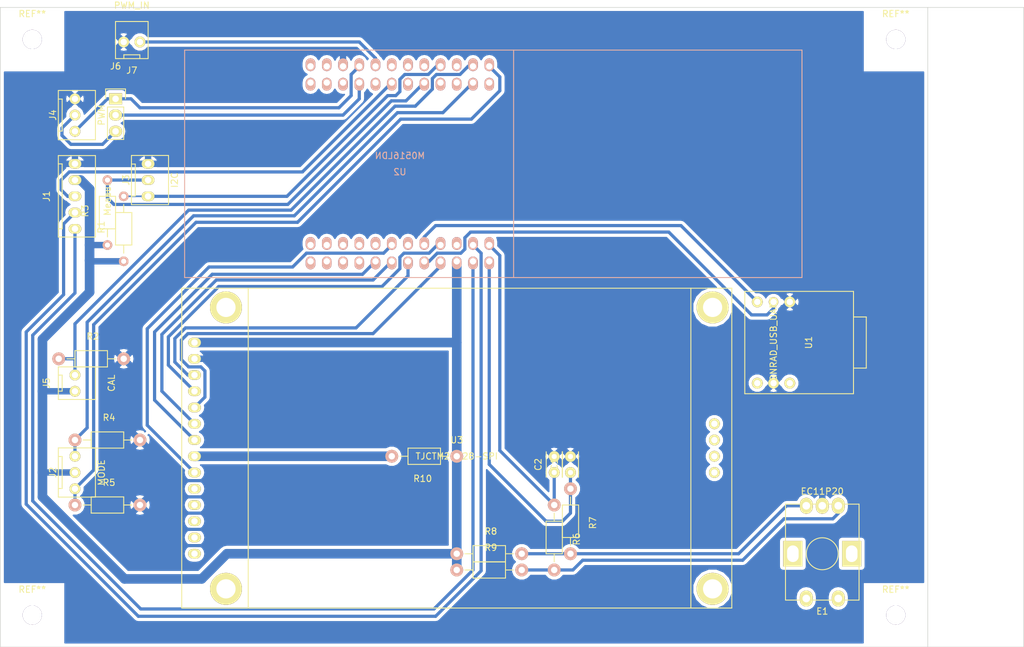
<source format=kicad_pcb>
(kicad_pcb (version 4) (host pcbnew "(2015-06-14 BZR 5747, Git dc9ebf3)-product")

  (general
    (links 57)
    (no_connects 0)
    (area 13.457474 18.506 175.050001 121.03026)
    (thickness 1.6)
    (drawings 5)
    (tracks 231)
    (zones 0)
    (modules 27)
    (nets 66)
  )

  (page A4)
  (layers
    (0 F.Cu signal)
    (31 B.Cu signal)
    (32 B.Adhes user)
    (33 F.Adhes user)
    (34 B.Paste user)
    (35 F.Paste user)
    (36 B.SilkS user)
    (37 F.SilkS user)
    (38 B.Mask user)
    (39 F.Mask user)
    (40 Dwgs.User user)
    (41 Cmts.User user)
    (42 Eco1.User user)
    (43 Eco2.User user)
    (44 Edge.Cuts user)
  )

  (setup
    (last_trace_width 0.5)
    (user_trace_width 0.5)
    (user_trace_width 0.508)
    (user_trace_width 1)
    (user_trace_width 1.5)
    (user_trace_width 2)
    (user_trace_width 3)
    (user_trace_width 4)
    (user_trace_width 5)
    (trace_clearance 0.254)
    (zone_clearance 0.5)
    (zone_45_only no)
    (trace_min 0.254)
    (segment_width 0.2)
    (edge_width 0.1)
    (via_size 0.889)
    (via_drill 0.635)
    (via_min_size 0.889)
    (via_min_drill 0.508)
    (user_via 1.7 0.8)
    (uvia_size 0.508)
    (uvia_drill 0.127)
    (uvias_allowed no)
    (uvia_min_size 0.508)
    (uvia_min_drill 0.127)
    (pcb_text_width 0.3)
    (pcb_text_size 1.5 1.5)
    (mod_edge_width 0.15)
    (mod_text_size 1 1)
    (mod_text_width 0.15)
    (pad_size 1.7 1.7)
    (pad_drill 1)
    (pad_to_mask_clearance 0)
    (aux_axis_origin 0 0)
    (visible_elements 7FFFFFFF)
    (pcbplotparams
      (layerselection 0x00030_80000001)
      (usegerberextensions true)
      (excludeedgelayer true)
      (linewidth 0.150000)
      (plotframeref false)
      (viasonmask false)
      (mode 1)
      (useauxorigin false)
      (hpglpennumber 1)
      (hpglpenspeed 20)
      (hpglpendiameter 15)
      (hpglpenoverlay 2)
      (psnegative false)
      (psa4output false)
      (plotreference true)
      (plotvalue true)
      (plotinvisibletext false)
      (padsonsilk false)
      (subtractmaskfromsilk false)
      (outputformat 1)
      (mirror false)
      (drillshape 1)
      (scaleselection 1)
      (outputdirectory ""))
  )

  (net 0 "")
  (net 1 ENC_B)
  (net 2 GND)
  (net 3 ENC_A)
  (net 4 "Net-(E1-Pad2)")
  (net 5 "Net-(E1-Pad3)")
  (net 6 "Net-(E1-Pad4)")
  (net 7 "Net-(E1-Pad5)")
  (net 8 ADC_I)
  (net 9 RPM_IN)
  (net 10 VCC)
  (net 11 ADC_U)
  (net 12 MODE_AUTO)
  (net 13 MODE_RPM)
  (net 14 I2C_SCL)
  (net 15 I2C_SDA)
  (net 16 "Net-(J4-Pad2)")
  (net 17 PWM_0)
  (net 18 CAL)
  (net 19 PWM_1)
  (net 20 "Net-(R10-Pad2)")
  (net 21 RXD)
  (net 22 TXD)
  (net 23 "Net-(U1-Pad6)")
  (net 24 "Net-(U1-Pad4)")
  (net 25 TFT_MOSI)
  (net 26 TFT_MISO)
  (net 27 TFT_SCK)
  (net 28 "Net-(U2-Pad4)")
  (net 29 "Net-(U2-Pad5)")
  (net 30 "Net-(U2-Pad6)")
  (net 31 "Net-(U2-Pad7)")
  (net 32 "Net-(U2-Pad8)")
  (net 33 "Net-(U2-Pad9)")
  (net 34 "Net-(U2-Pad10)")
  (net 35 "Net-(U2-Pad11)")
  (net 36 "Net-(U2-Pad12)")
  (net 37 "Net-(U2-Pad13)")
  (net 38 "Net-(U2-Pad14)")
  (net 39 "Net-(U2-Pad15)")
  (net 40 "Net-(U2-Pad16)")
  (net 41 "Net-(U2-Pad18)")
  (net 42 RPM_CTRL)
  (net 43 "Net-(U2-Pad22)")
  (net 44 "Net-(U2-Pad23)")
  (net 45 "Net-(U2-Pad25)")
  (net 46 "Net-(U2-Pad26)")
  (net 47 "Net-(U2-Pad27)")
  (net 48 "Net-(U2-Pad30)")
  (net 49 "Net-(U2-Pad31)")
  (net 50 "Net-(U2-Pad32)")
  (net 51 "Net-(U2-Pad36)")
  (net 52 "Net-(U2-Pad42)")
  (net 53 TFT_DC)
  (net 54 TFT_RST)
  (net 55 TFT_CS)
  (net 56 "Net-(U2-Pad48)")
  (net 57 "Net-(U3-Pad10)")
  (net 58 "Net-(U3-Pad11)")
  (net 59 "Net-(U3-Pad12)")
  (net 60 "Net-(U3-Pad13)")
  (net 61 "Net-(U3-Pad14)")
  (net 62 "Net-(U3-Pad16)")
  (net 63 "Net-(U3-Pad15)")
  (net 64 "Net-(U3-Pad17)")
  (net 65 "Net-(U3-Pad18)")

  (net_class Default "This is the default net class."
    (clearance 0.254)
    (trace_width 0.254)
    (via_dia 0.889)
    (via_drill 0.635)
    (uvia_dia 0.508)
    (uvia_drill 0.127)
    (add_net ADC_I)
    (add_net ADC_U)
    (add_net CAL)
    (add_net ENC_A)
    (add_net ENC_B)
    (add_net GND)
    (add_net I2C_SCL)
    (add_net I2C_SDA)
    (add_net MODE_AUTO)
    (add_net MODE_RPM)
    (add_net "Net-(E1-Pad2)")
    (add_net "Net-(E1-Pad3)")
    (add_net "Net-(E1-Pad4)")
    (add_net "Net-(E1-Pad5)")
    (add_net "Net-(J4-Pad2)")
    (add_net "Net-(R10-Pad2)")
    (add_net "Net-(U1-Pad4)")
    (add_net "Net-(U1-Pad6)")
    (add_net "Net-(U2-Pad10)")
    (add_net "Net-(U2-Pad11)")
    (add_net "Net-(U2-Pad12)")
    (add_net "Net-(U2-Pad13)")
    (add_net "Net-(U2-Pad14)")
    (add_net "Net-(U2-Pad15)")
    (add_net "Net-(U2-Pad16)")
    (add_net "Net-(U2-Pad18)")
    (add_net "Net-(U2-Pad22)")
    (add_net "Net-(U2-Pad23)")
    (add_net "Net-(U2-Pad25)")
    (add_net "Net-(U2-Pad26)")
    (add_net "Net-(U2-Pad27)")
    (add_net "Net-(U2-Pad30)")
    (add_net "Net-(U2-Pad31)")
    (add_net "Net-(U2-Pad32)")
    (add_net "Net-(U2-Pad36)")
    (add_net "Net-(U2-Pad4)")
    (add_net "Net-(U2-Pad42)")
    (add_net "Net-(U2-Pad48)")
    (add_net "Net-(U2-Pad5)")
    (add_net "Net-(U2-Pad6)")
    (add_net "Net-(U2-Pad7)")
    (add_net "Net-(U2-Pad8)")
    (add_net "Net-(U2-Pad9)")
    (add_net "Net-(U3-Pad10)")
    (add_net "Net-(U3-Pad11)")
    (add_net "Net-(U3-Pad12)")
    (add_net "Net-(U3-Pad13)")
    (add_net "Net-(U3-Pad14)")
    (add_net "Net-(U3-Pad15)")
    (add_net "Net-(U3-Pad16)")
    (add_net "Net-(U3-Pad17)")
    (add_net "Net-(U3-Pad18)")
    (add_net PWM_0)
    (add_net PWM_1)
    (add_net RPM_CTRL)
    (add_net RPM_IN)
    (add_net RXD)
    (add_net TFT_CS)
    (add_net TFT_DC)
    (add_net TFT_MISO)
    (add_net TFT_MOSI)
    (add_net TFT_RST)
    (add_net TFT_SCK)
    (add_net TXD)
    (add_net VCC)
  )

  (module Capacitors_ThroughHole:C_Rect_L4_W2.5_P2.5 (layer F.Cu) (tedit 558019BE) (tstamp 557EE1DE)
    (at 104.14 92.71 90)
    (descr "Film Capacitor Length 4mm x Width 2.5mm, Pitch 2.5mm")
    (tags Capacitor)
    (path /557E657D)
    (fp_text reference C1 (at 1.25 -2.5 90) (layer F.SilkS)
      (effects (font (size 1 1) (thickness 0.15)))
    )
    (fp_text value 10nF (at 1.25 2.5 90) (layer F.Fab)
      (effects (font (size 1 1) (thickness 0.15)))
    )
    (fp_line (start -1 -1.5) (end 3.5 -1.5) (layer F.CrtYd) (width 0.05))
    (fp_line (start 3.5 -1.5) (end 3.5 1.5) (layer F.CrtYd) (width 0.05))
    (fp_line (start 3.5 1.5) (end -1 1.5) (layer F.CrtYd) (width 0.05))
    (fp_line (start -1 1.5) (end -1 -1.5) (layer F.CrtYd) (width 0.05))
    (fp_line (start -0.75 -1.25) (end 3.25 -1.25) (layer F.SilkS) (width 0.15))
    (fp_line (start -0.75 1.25) (end 3.25 1.25) (layer F.SilkS) (width 0.15))
    (pad 1 thru_hole circle (at 0 0 90) (size 1.7 1.7) (drill 0.8) (layers *.Cu *.Mask F.SilkS)
      (net 1 ENC_B))
    (pad 2 thru_hole circle (at 2.5 0 90) (size 1.7 1.7) (drill 0.8) (layers *.Cu *.Mask F.SilkS)
      (net 2 GND))
  )

  (module Capacitors_ThroughHole:C_Rect_L4_W2.5_P2.5 (layer F.Cu) (tedit 558019AE) (tstamp 557EE1E4)
    (at 101.6 92.71 90)
    (descr "Film Capacitor Length 4mm x Width 2.5mm, Pitch 2.5mm")
    (tags Capacitor)
    (path /557E64B8)
    (fp_text reference C2 (at 1.25 -2.5 90) (layer F.SilkS)
      (effects (font (size 1 1) (thickness 0.15)))
    )
    (fp_text value 10nF (at 1.25 2.5 90) (layer F.Fab)
      (effects (font (size 1 1) (thickness 0.15)))
    )
    (fp_line (start -1 -1.5) (end 3.5 -1.5) (layer F.CrtYd) (width 0.05))
    (fp_line (start 3.5 -1.5) (end 3.5 1.5) (layer F.CrtYd) (width 0.05))
    (fp_line (start 3.5 1.5) (end -1 1.5) (layer F.CrtYd) (width 0.05))
    (fp_line (start -1 1.5) (end -1 -1.5) (layer F.CrtYd) (width 0.05))
    (fp_line (start -0.75 -1.25) (end 3.25 -1.25) (layer F.SilkS) (width 0.15))
    (fp_line (start -0.75 1.25) (end 3.25 1.25) (layer F.SilkS) (width 0.15))
    (pad 1 thru_hole circle (at 0 0 90) (size 1.7 1.7) (drill 0.8) (layers *.Cu *.Mask F.SilkS)
      (net 3 ENC_A))
    (pad 2 thru_hole circle (at 2.5 0 90) (size 1.7 1.7) (drill 0.8) (layers *.Cu *.Mask F.SilkS)
      (net 2 GND))
  )

  (module suf_switch:EC11P20_single_side (layer F.Cu) (tedit 557E5394) (tstamp 557EE1EF)
    (at 143.51 105.41 180)
    (path /557DF7CE)
    (fp_text reference E1 (at 0 -9 180) (layer F.SilkS)
      (effects (font (size 1 1) (thickness 0.15)))
    )
    (fp_text value EC11P20 (at 0 9.75 180) (layer F.SilkS)
      (effects (font (size 1 1) (thickness 0.15)))
    )
    (fp_circle (center 0 0) (end -2.5 0) (layer F.SilkS) (width 0.15))
    (fp_line (start -5.75 7.75) (end 5.75 7.75) (layer F.SilkS) (width 0.15))
    (fp_line (start 5.75 7.75) (end 5.75 -7.25) (layer F.SilkS) (width 0.15))
    (fp_line (start 5.75 -7.25) (end -5.75 -7.25) (layer F.SilkS) (width 0.15))
    (fp_line (start -5.75 -7.25) (end -5.75 7.75) (layer F.SilkS) (width 0.15))
    (pad 1 thru_hole oval (at 0 7.5 180) (size 2 2.5) (drill 1.2) (layers *.Cu *.Mask F.SilkS)
      (net 2 GND))
    (pad 2 thru_hole oval (at -2.5 7.5 180) (size 2 2.5) (drill 1.2) (layers *.Cu *.Mask F.SilkS)
      (net 4 "Net-(E1-Pad2)"))
    (pad 3 thru_hole oval (at 2.5 7.5 180) (size 2 2.5) (drill 1.2) (layers *.Cu *.Mask F.SilkS)
      (net 5 "Net-(E1-Pad3)"))
    (pad 4 thru_hole oval (at -2.5 -7 180) (size 2 2.5) (drill 1.2) (layers *.Cu *.Mask F.SilkS)
      (net 6 "Net-(E1-Pad4)"))
    (pad 5 thru_hole oval (at 2.5 -7 180) (size 2 2.5) (drill 1.2) (layers *.Cu *.Mask F.SilkS)
      (net 7 "Net-(E1-Pad5)"))
    (pad "" thru_hole rect (at -4.6 0 180) (size 3 4) (drill oval 1.8 2.6) (layers *.Cu *.Mask F.SilkS))
    (pad "" thru_hole rect (at 4.6 0 180) (size 3 4) (drill oval 1.8 2.6) (layers *.Cu *.Mask F.SilkS))
  )

  (module suf_connector_ncw:CONN_NCW254-05S (layer F.Cu) (tedit 557F9EC8) (tstamp 557EE1F8)
    (at 26.67 49.53 90)
    (path /54EFF807)
    (fp_text reference J1 (at 0 -4.445 90) (layer F.SilkS)
      (effects (font (size 1 1) (thickness 0.15)))
    )
    (fp_text value Measure (at 0 5.08 90) (layer F.SilkS)
      (effects (font (size 1 1) (thickness 0.15)))
    )
    (fp_line (start 5.07 -2) (end -5.07 -2) (layer F.SilkS) (width 0.15))
    (fp_line (start 6.37 -2.6) (end -6.37 -2.6) (layer F.SilkS) (width 0.15))
    (fp_line (start -6.37 3.2) (end 6.37 3.2) (layer F.SilkS) (width 0.15))
    (fp_line (start -5.07 -2.6) (end -5.07 -2) (layer F.SilkS) (width 0.15))
    (fp_line (start 5.07 -2) (end 5.07 -2.6) (layer F.SilkS) (width 0.15))
    (fp_line (start 6.37 -2.6) (end 6.37 3.2) (layer F.SilkS) (width 0.15))
    (fp_line (start -6.37 3.2) (end -6.37 -2.6) (layer F.SilkS) (width 0.15))
    (pad 2 thru_hole oval (at -2.54 0 90) (size 1.5 2) (drill 1) (layers *.Cu *.Mask F.SilkS)
      (net 8 ADC_I))
    (pad 3 thru_hole oval (at 0 0 90) (size 1.5 2) (drill 1) (layers *.Cu *.Mask F.SilkS)
      (net 9 RPM_IN))
    (pad 4 thru_hole oval (at 2.54 0 90) (size 1.5 2) (drill 1) (layers *.Cu *.Mask F.SilkS)
      (net 10 VCC))
    (pad 1 thru_hole oval (at -5.08 0 90) (size 1.5 2) (drill 1) (layers *.Cu *.Mask F.SilkS)
      (net 11 ADC_U))
    (pad 5 thru_hole oval (at 5.08 0 90) (size 1.5 2) (drill 1) (layers *.Cu *.Mask F.SilkS)
      (net 2 GND))
  )

  (module suf_connector_ncw:CONN_NCW254-03S (layer F.Cu) (tedit 525A1FCA) (tstamp 557EE1FF)
    (at 26.67 92.71 90)
    (path /55452A06)
    (fp_text reference J2 (at 0 -3.45 90) (layer F.SilkS)
      (effects (font (size 1 1) (thickness 0.15)))
    )
    (fp_text value MODE (at 0 4.15 90) (layer F.SilkS)
      (effects (font (size 1 1) (thickness 0.15)))
    )
    (fp_line (start 2.5 -2) (end -2.5 -2) (layer F.SilkS) (width 0.15))
    (fp_line (start 2.5 -2.6) (end 2.5 -2) (layer F.SilkS) (width 0.15))
    (fp_line (start -2.5 -2.6) (end -2.5 -2) (layer F.SilkS) (width 0.15))
    (fp_line (start 3.85 -2.6) (end 3.85 3.2) (layer F.SilkS) (width 0.15))
    (fp_line (start -3.85 -2.6) (end 3.85 -2.6) (layer F.SilkS) (width 0.15))
    (fp_line (start -3.85 3.2) (end -3.85 -2.6) (layer F.SilkS) (width 0.15))
    (fp_line (start -3.85 3.2) (end 3.85 3.2) (layer F.SilkS) (width 0.15))
    (pad 2 thru_hole circle (at 0 0 90) (size 1.7 1.7) (drill 1) (layers *.Cu *.Mask F.SilkS)
      (net 10 VCC))
    (pad 3 thru_hole circle (at 2.54 0 90) (size 1.7 1.7) (drill 1) (layers *.Cu *.Mask F.SilkS)
      (net 12 MODE_AUTO))
    (pad 1 thru_hole circle (at -2.54 0 90) (size 1.7 1.7) (drill 1) (layers *.Cu *.Mask F.SilkS)
      (net 13 MODE_RPM))
  )

  (module suf_connector_ncw:CONN_NCW254-03S (layer F.Cu) (tedit 557F9FCD) (tstamp 557EE206)
    (at 38.1 46.99 90)
    (path /5545B42F)
    (fp_text reference J3 (at 0 -3.45 90) (layer F.SilkS)
      (effects (font (size 1 1) (thickness 0.15)))
    )
    (fp_text value I2C (at 0 4.15 90) (layer F.SilkS)
      (effects (font (size 1 1) (thickness 0.15)))
    )
    (fp_line (start 2.5 -2) (end -2.5 -2) (layer F.SilkS) (width 0.15))
    (fp_line (start 2.5 -2.6) (end 2.5 -2) (layer F.SilkS) (width 0.15))
    (fp_line (start -2.5 -2.6) (end -2.5 -2) (layer F.SilkS) (width 0.15))
    (fp_line (start 3.85 -2.6) (end 3.85 3.2) (layer F.SilkS) (width 0.15))
    (fp_line (start -3.85 -2.6) (end 3.85 -2.6) (layer F.SilkS) (width 0.15))
    (fp_line (start -3.85 3.2) (end -3.85 -2.6) (layer F.SilkS) (width 0.15))
    (fp_line (start -3.85 3.2) (end 3.85 3.2) (layer F.SilkS) (width 0.15))
    (pad 2 thru_hole oval (at 0 0 90) (size 1.5 2) (drill 1) (layers *.Cu *.Mask F.SilkS)
      (net 14 I2C_SCL))
    (pad 3 thru_hole oval (at 2.54 0 90) (size 1.5 2) (drill 1) (layers *.Cu *.Mask F.SilkS)
      (net 2 GND))
    (pad 1 thru_hole oval (at -2.54 0 90) (size 1.5 2) (drill 1) (layers *.Cu *.Mask F.SilkS)
      (net 15 I2C_SDA))
  )

  (module suf_connector_ncw:CONN_NCW254-03S (layer F.Cu) (tedit 525A1FCA) (tstamp 557EE20D)
    (at 26.67 36.83 90)
    (path /554523FF)
    (fp_text reference J4 (at 0 -3.45 90) (layer F.SilkS)
      (effects (font (size 1 1) (thickness 0.15)))
    )
    (fp_text value PWM (at 0 4.15 90) (layer F.SilkS)
      (effects (font (size 1 1) (thickness 0.15)))
    )
    (fp_line (start 2.5 -2) (end -2.5 -2) (layer F.SilkS) (width 0.15))
    (fp_line (start 2.5 -2.6) (end 2.5 -2) (layer F.SilkS) (width 0.15))
    (fp_line (start -2.5 -2.6) (end -2.5 -2) (layer F.SilkS) (width 0.15))
    (fp_line (start 3.85 -2.6) (end 3.85 3.2) (layer F.SilkS) (width 0.15))
    (fp_line (start -3.85 -2.6) (end 3.85 -2.6) (layer F.SilkS) (width 0.15))
    (fp_line (start -3.85 3.2) (end -3.85 -2.6) (layer F.SilkS) (width 0.15))
    (fp_line (start -3.85 3.2) (end 3.85 3.2) (layer F.SilkS) (width 0.15))
    (pad 2 thru_hole circle (at 0 0 90) (size 1.7 1.7) (drill 1) (layers *.Cu *.Mask F.SilkS)
      (net 16 "Net-(J4-Pad2)"))
    (pad 3 thru_hole circle (at 2.54 0 90) (size 1.7 1.7) (drill 1) (layers *.Cu *.Mask F.SilkS)
      (net 2 GND))
    (pad 1 thru_hole circle (at -2.54 0 90) (size 1.7 1.7) (drill 1) (layers *.Cu *.Mask F.SilkS)
      (net 17 PWM_0))
  )

  (module suf_connector_ncw:CONN_NCW254-02S (layer F.Cu) (tedit 525A1D9E) (tstamp 557EE213)
    (at 26.67 78.74 90)
    (path /5545BE10)
    (fp_text reference J5 (at 0 -4.445 90) (layer F.SilkS)
      (effects (font (size 1 1) (thickness 0.15)))
    )
    (fp_text value CAL (at 0 5.715 90) (layer F.SilkS)
      (effects (font (size 1 1) (thickness 0.15)))
    )
    (fp_line (start -1.25 -2.6) (end -1.25 -2) (layer F.SilkS) (width 0.15))
    (fp_line (start -1.25 -2) (end 1.25 -2) (layer F.SilkS) (width 0.15))
    (fp_line (start 1.25 -2) (end 1.25 -2.6) (layer F.SilkS) (width 0.15))
    (fp_line (start -2.55 -2.6) (end 2.55 -2.6) (layer F.SilkS) (width 0.15))
    (fp_line (start 2.55 -2.6) (end 2.55 3.2) (layer F.SilkS) (width 0.15))
    (fp_line (start 2.55 3.2) (end -2.55 3.2) (layer F.SilkS) (width 0.15))
    (fp_line (start -2.55 3.2) (end -2.55 -2.6) (layer F.SilkS) (width 0.15))
    (pad 1 thru_hole circle (at -1.27 0 90) (size 1.7 1.7) (drill 1) (layers *.Cu *.Mask F.SilkS)
      (net 10 VCC))
    (pad 2 thru_hole circle (at 1.27 0 90) (size 1.7 1.7) (drill 1) (layers *.Cu *.Mask F.SilkS)
      (net 18 CAL))
  )

  (module Pin_Headers:Pin_Header_Straight_1x03 (layer F.Cu) (tedit 0) (tstamp 557EE21A)
    (at 33.02 34.29)
    (descr "Through hole pin header")
    (tags "pin header")
    (path /5545B582)
    (fp_text reference J6 (at 0 -5.1) (layer F.SilkS)
      (effects (font (size 1 1) (thickness 0.15)))
    )
    (fp_text value PWM_DUAL (at 0 -3.1) (layer F.Fab)
      (effects (font (size 1 1) (thickness 0.15)))
    )
    (fp_line (start -1.75 -1.75) (end -1.75 6.85) (layer F.CrtYd) (width 0.05))
    (fp_line (start 1.75 -1.75) (end 1.75 6.85) (layer F.CrtYd) (width 0.05))
    (fp_line (start -1.75 -1.75) (end 1.75 -1.75) (layer F.CrtYd) (width 0.05))
    (fp_line (start -1.75 6.85) (end 1.75 6.85) (layer F.CrtYd) (width 0.05))
    (fp_line (start -1.27 1.27) (end -1.27 6.35) (layer F.SilkS) (width 0.15))
    (fp_line (start -1.27 6.35) (end 1.27 6.35) (layer F.SilkS) (width 0.15))
    (fp_line (start 1.27 6.35) (end 1.27 1.27) (layer F.SilkS) (width 0.15))
    (fp_line (start 1.55 -1.55) (end 1.55 0) (layer F.SilkS) (width 0.15))
    (fp_line (start 1.27 1.27) (end -1.27 1.27) (layer F.SilkS) (width 0.15))
    (fp_line (start -1.55 0) (end -1.55 -1.55) (layer F.SilkS) (width 0.15))
    (fp_line (start -1.55 -1.55) (end 1.55 -1.55) (layer F.SilkS) (width 0.15))
    (pad 1 thru_hole rect (at 0 0) (size 2.032 1.7272) (drill 1.016) (layers *.Cu *.Mask F.SilkS)
      (net 17 PWM_0))
    (pad 2 thru_hole oval (at 0 2.54) (size 2.032 1.7272) (drill 1.016) (layers *.Cu *.Mask F.SilkS)
      (net 19 PWM_1))
    (pad 3 thru_hole oval (at 0 5.08) (size 2.032 1.7272) (drill 1.016) (layers *.Cu *.Mask F.SilkS)
      (net 16 "Net-(J4-Pad2)"))
    (model Pin_Headers.3dshapes/Pin_Header_Straight_1x03.wrl
      (at (xyz 0 -0.1 0))
      (scale (xyz 1 1 1))
      (rotate (xyz 0 0 90))
    )
  )

  (module Resistors_ThroughHole:Resistor_Horizontal_RM10mm (layer F.Cu) (tedit 557F9F8F) (tstamp 557EE220)
    (at 34.29 54.61 90)
    (descr "Resistor, Axial,  RM 10mm, 1/3W,")
    (tags "Resistor, Axial, RM 10mm, 1/3W,")
    (path /557E3D72)
    (fp_text reference R1 (at 0.24892 -3.50012 90) (layer F.SilkS)
      (effects (font (size 1 1) (thickness 0.15)))
    )
    (fp_text value 10K (at 3.81 3.81 90) (layer F.Fab)
      (effects (font (size 1 1) (thickness 0.15)))
    )
    (fp_line (start -2.54 -1.27) (end 2.54 -1.27) (layer F.SilkS) (width 0.15))
    (fp_line (start 2.54 -1.27) (end 2.54 1.27) (layer F.SilkS) (width 0.15))
    (fp_line (start 2.54 1.27) (end -2.54 1.27) (layer F.SilkS) (width 0.15))
    (fp_line (start -2.54 1.27) (end -2.54 -1.27) (layer F.SilkS) (width 0.15))
    (fp_line (start -2.54 0) (end -3.81 0) (layer F.SilkS) (width 0.15))
    (fp_line (start 2.54 0) (end 3.81 0) (layer F.SilkS) (width 0.15))
    (pad 1 thru_hole circle (at -5.08 0 90) (size 1.5 1.5) (drill 0.8) (layers *.Cu *.SilkS *.Mask)
      (net 10 VCC))
    (pad 2 thru_hole circle (at 5.08 0 90) (size 1.5 1.5) (drill 0.8) (layers *.Cu *.SilkS *.Mask)
      (net 15 I2C_SDA))
    (model Resistors_ThroughHole.3dshapes/Resistor_Horizontal_RM10mm.wrl
      (at (xyz 0 0 0))
      (scale (xyz 0.4 0.4 0.4))
      (rotate (xyz 0 0 0))
    )
  )

  (module Resistors_ThroughHole:Resistor_Horizontal_RM10mm (layer F.Cu) (tedit 53F56209) (tstamp 557EE226)
    (at 29.21 74.93)
    (descr "Resistor, Axial,  RM 10mm, 1/3W,")
    (tags "Resistor, Axial, RM 10mm, 1/3W,")
    (path /557E4CAE)
    (fp_text reference R2 (at 0.24892 -3.50012) (layer F.SilkS)
      (effects (font (size 1 1) (thickness 0.15)))
    )
    (fp_text value 47K (at 3.81 3.81) (layer F.Fab)
      (effects (font (size 1 1) (thickness 0.15)))
    )
    (fp_line (start -2.54 -1.27) (end 2.54 -1.27) (layer F.SilkS) (width 0.15))
    (fp_line (start 2.54 -1.27) (end 2.54 1.27) (layer F.SilkS) (width 0.15))
    (fp_line (start 2.54 1.27) (end -2.54 1.27) (layer F.SilkS) (width 0.15))
    (fp_line (start -2.54 1.27) (end -2.54 -1.27) (layer F.SilkS) (width 0.15))
    (fp_line (start -2.54 0) (end -3.81 0) (layer F.SilkS) (width 0.15))
    (fp_line (start 2.54 0) (end 3.81 0) (layer F.SilkS) (width 0.15))
    (pad 1 thru_hole circle (at -5.08 0) (size 1.99898 1.99898) (drill 1.00076) (layers *.Cu *.SilkS *.Mask)
      (net 18 CAL))
    (pad 2 thru_hole circle (at 5.08 0) (size 1.99898 1.99898) (drill 1.00076) (layers *.Cu *.SilkS *.Mask)
      (net 2 GND))
    (model Resistors_ThroughHole.3dshapes/Resistor_Horizontal_RM10mm.wrl
      (at (xyz 0 0 0))
      (scale (xyz 0.4 0.4 0.4))
      (rotate (xyz 0 0 0))
    )
  )

  (module Resistors_ThroughHole:Resistor_Horizontal_RM10mm (layer F.Cu) (tedit 557F9F81) (tstamp 557EE22C)
    (at 31.75 52.07 90)
    (descr "Resistor, Axial,  RM 10mm, 1/3W,")
    (tags "Resistor, Axial, RM 10mm, 1/3W,")
    (path /557E3DD5)
    (fp_text reference R3 (at 0.24892 -3.50012 90) (layer F.SilkS)
      (effects (font (size 1 1) (thickness 0.15)))
    )
    (fp_text value 10K (at 3.81 3.81 90) (layer F.Fab)
      (effects (font (size 1 1) (thickness 0.15)))
    )
    (fp_line (start -2.54 -1.27) (end 2.54 -1.27) (layer F.SilkS) (width 0.15))
    (fp_line (start 2.54 -1.27) (end 2.54 1.27) (layer F.SilkS) (width 0.15))
    (fp_line (start 2.54 1.27) (end -2.54 1.27) (layer F.SilkS) (width 0.15))
    (fp_line (start -2.54 1.27) (end -2.54 -1.27) (layer F.SilkS) (width 0.15))
    (fp_line (start -2.54 0) (end -3.81 0) (layer F.SilkS) (width 0.15))
    (fp_line (start 2.54 0) (end 3.81 0) (layer F.SilkS) (width 0.15))
    (pad 1 thru_hole circle (at -5.08 0 90) (size 1.5 1.5) (drill 0.8) (layers *.Cu *.SilkS *.Mask)
      (net 10 VCC))
    (pad 2 thru_hole circle (at 5.08 0 90) (size 1.5 1.5) (drill 0.8) (layers *.Cu *.SilkS *.Mask)
      (net 14 I2C_SCL))
    (model Resistors_ThroughHole.3dshapes/Resistor_Horizontal_RM10mm.wrl
      (at (xyz 0 0 0))
      (scale (xyz 0.4 0.4 0.4))
      (rotate (xyz 0 0 0))
    )
  )

  (module Resistors_ThroughHole:Resistor_Horizontal_RM10mm (layer F.Cu) (tedit 53F56209) (tstamp 557EE232)
    (at 31.75 87.63)
    (descr "Resistor, Axial,  RM 10mm, 1/3W,")
    (tags "Resistor, Axial, RM 10mm, 1/3W,")
    (path /557E499E)
    (fp_text reference R4 (at 0.24892 -3.50012) (layer F.SilkS)
      (effects (font (size 1 1) (thickness 0.15)))
    )
    (fp_text value 47K (at 3.81 3.81) (layer F.Fab)
      (effects (font (size 1 1) (thickness 0.15)))
    )
    (fp_line (start -2.54 -1.27) (end 2.54 -1.27) (layer F.SilkS) (width 0.15))
    (fp_line (start 2.54 -1.27) (end 2.54 1.27) (layer F.SilkS) (width 0.15))
    (fp_line (start 2.54 1.27) (end -2.54 1.27) (layer F.SilkS) (width 0.15))
    (fp_line (start -2.54 1.27) (end -2.54 -1.27) (layer F.SilkS) (width 0.15))
    (fp_line (start -2.54 0) (end -3.81 0) (layer F.SilkS) (width 0.15))
    (fp_line (start 2.54 0) (end 3.81 0) (layer F.SilkS) (width 0.15))
    (pad 1 thru_hole circle (at -5.08 0) (size 1.99898 1.99898) (drill 1.00076) (layers *.Cu *.SilkS *.Mask)
      (net 12 MODE_AUTO))
    (pad 2 thru_hole circle (at 5.08 0) (size 1.99898 1.99898) (drill 1.00076) (layers *.Cu *.SilkS *.Mask)
      (net 2 GND))
    (model Resistors_ThroughHole.3dshapes/Resistor_Horizontal_RM10mm.wrl
      (at (xyz 0 0 0))
      (scale (xyz 0.4 0.4 0.4))
      (rotate (xyz 0 0 0))
    )
  )

  (module Resistors_ThroughHole:Resistor_Horizontal_RM10mm (layer F.Cu) (tedit 53F56209) (tstamp 557EE238)
    (at 31.75 97.79)
    (descr "Resistor, Axial,  RM 10mm, 1/3W,")
    (tags "Resistor, Axial, RM 10mm, 1/3W,")
    (path /557E48E1)
    (fp_text reference R5 (at 0.24892 -3.50012) (layer F.SilkS)
      (effects (font (size 1 1) (thickness 0.15)))
    )
    (fp_text value 47K (at 3.81 3.81) (layer F.Fab)
      (effects (font (size 1 1) (thickness 0.15)))
    )
    (fp_line (start -2.54 -1.27) (end 2.54 -1.27) (layer F.SilkS) (width 0.15))
    (fp_line (start 2.54 -1.27) (end 2.54 1.27) (layer F.SilkS) (width 0.15))
    (fp_line (start 2.54 1.27) (end -2.54 1.27) (layer F.SilkS) (width 0.15))
    (fp_line (start -2.54 1.27) (end -2.54 -1.27) (layer F.SilkS) (width 0.15))
    (fp_line (start -2.54 0) (end -3.81 0) (layer F.SilkS) (width 0.15))
    (fp_line (start 2.54 0) (end 3.81 0) (layer F.SilkS) (width 0.15))
    (pad 1 thru_hole circle (at -5.08 0) (size 1.99898 1.99898) (drill 1.00076) (layers *.Cu *.SilkS *.Mask)
      (net 13 MODE_RPM))
    (pad 2 thru_hole circle (at 5.08 0) (size 1.99898 1.99898) (drill 1.00076) (layers *.Cu *.SilkS *.Mask)
      (net 2 GND))
    (model Resistors_ThroughHole.3dshapes/Resistor_Horizontal_RM10mm.wrl
      (at (xyz 0 0 0))
      (scale (xyz 0.4 0.4 0.4))
      (rotate (xyz 0 0 0))
    )
  )

  (module Resistors_ThroughHole:Resistor_Horizontal_RM10mm (layer F.Cu) (tedit 53F56209) (tstamp 557EE23E)
    (at 101.6 102.87 270)
    (descr "Resistor, Axial,  RM 10mm, 1/3W,")
    (tags "Resistor, Axial, RM 10mm, 1/3W,")
    (path /557E6320)
    (fp_text reference R6 (at 0.24892 -3.50012 270) (layer F.SilkS)
      (effects (font (size 1 1) (thickness 0.15)))
    )
    (fp_text value 10K (at 3.81 3.81 270) (layer F.Fab)
      (effects (font (size 1 1) (thickness 0.15)))
    )
    (fp_line (start -2.54 -1.27) (end 2.54 -1.27) (layer F.SilkS) (width 0.15))
    (fp_line (start 2.54 -1.27) (end 2.54 1.27) (layer F.SilkS) (width 0.15))
    (fp_line (start 2.54 1.27) (end -2.54 1.27) (layer F.SilkS) (width 0.15))
    (fp_line (start -2.54 1.27) (end -2.54 -1.27) (layer F.SilkS) (width 0.15))
    (fp_line (start -2.54 0) (end -3.81 0) (layer F.SilkS) (width 0.15))
    (fp_line (start 2.54 0) (end 3.81 0) (layer F.SilkS) (width 0.15))
    (pad 1 thru_hole circle (at -5.08 0 270) (size 1.99898 1.99898) (drill 1.00076) (layers *.Cu *.SilkS *.Mask)
      (net 3 ENC_A))
    (pad 2 thru_hole circle (at 5.08 0 270) (size 1.99898 1.99898) (drill 1.00076) (layers *.Cu *.SilkS *.Mask)
      (net 4 "Net-(E1-Pad2)"))
    (model Resistors_ThroughHole.3dshapes/Resistor_Horizontal_RM10mm.wrl
      (at (xyz 0 0 0))
      (scale (xyz 0.4 0.4 0.4))
      (rotate (xyz 0 0 0))
    )
  )

  (module Resistors_ThroughHole:Resistor_Horizontal_RM10mm (layer F.Cu) (tedit 53F56209) (tstamp 557EE244)
    (at 104.14 100.33 270)
    (descr "Resistor, Axial,  RM 10mm, 1/3W,")
    (tags "Resistor, Axial, RM 10mm, 1/3W,")
    (path /557E6397)
    (fp_text reference R7 (at 0.24892 -3.50012 270) (layer F.SilkS)
      (effects (font (size 1 1) (thickness 0.15)))
    )
    (fp_text value 10K (at 3.81 3.81 270) (layer F.Fab)
      (effects (font (size 1 1) (thickness 0.15)))
    )
    (fp_line (start -2.54 -1.27) (end 2.54 -1.27) (layer F.SilkS) (width 0.15))
    (fp_line (start 2.54 -1.27) (end 2.54 1.27) (layer F.SilkS) (width 0.15))
    (fp_line (start 2.54 1.27) (end -2.54 1.27) (layer F.SilkS) (width 0.15))
    (fp_line (start -2.54 1.27) (end -2.54 -1.27) (layer F.SilkS) (width 0.15))
    (fp_line (start -2.54 0) (end -3.81 0) (layer F.SilkS) (width 0.15))
    (fp_line (start 2.54 0) (end 3.81 0) (layer F.SilkS) (width 0.15))
    (pad 1 thru_hole circle (at -5.08 0 270) (size 1.99898 1.99898) (drill 1.00076) (layers *.Cu *.SilkS *.Mask)
      (net 1 ENC_B))
    (pad 2 thru_hole circle (at 5.08 0 270) (size 1.99898 1.99898) (drill 1.00076) (layers *.Cu *.SilkS *.Mask)
      (net 5 "Net-(E1-Pad3)"))
    (model Resistors_ThroughHole.3dshapes/Resistor_Horizontal_RM10mm.wrl
      (at (xyz 0 0 0))
      (scale (xyz 0.4 0.4 0.4))
      (rotate (xyz 0 0 0))
    )
  )

  (module Resistors_ThroughHole:Resistor_Horizontal_RM10mm (layer F.Cu) (tedit 53F56209) (tstamp 557EE24A)
    (at 91.44 105.41)
    (descr "Resistor, Axial,  RM 10mm, 1/3W,")
    (tags "Resistor, Axial, RM 10mm, 1/3W,")
    (path /557DF929)
    (fp_text reference R8 (at 0.24892 -3.50012) (layer F.SilkS)
      (effects (font (size 1 1) (thickness 0.15)))
    )
    (fp_text value 10K (at 3.81 3.81) (layer F.Fab)
      (effects (font (size 1 1) (thickness 0.15)))
    )
    (fp_line (start -2.54 -1.27) (end 2.54 -1.27) (layer F.SilkS) (width 0.15))
    (fp_line (start 2.54 -1.27) (end 2.54 1.27) (layer F.SilkS) (width 0.15))
    (fp_line (start 2.54 1.27) (end -2.54 1.27) (layer F.SilkS) (width 0.15))
    (fp_line (start -2.54 1.27) (end -2.54 -1.27) (layer F.SilkS) (width 0.15))
    (fp_line (start -2.54 0) (end -3.81 0) (layer F.SilkS) (width 0.15))
    (fp_line (start 2.54 0) (end 3.81 0) (layer F.SilkS) (width 0.15))
    (pad 1 thru_hole circle (at -5.08 0) (size 1.99898 1.99898) (drill 1.00076) (layers *.Cu *.SilkS *.Mask)
      (net 10 VCC))
    (pad 2 thru_hole circle (at 5.08 0) (size 1.99898 1.99898) (drill 1.00076) (layers *.Cu *.SilkS *.Mask)
      (net 5 "Net-(E1-Pad3)"))
    (model Resistors_ThroughHole.3dshapes/Resistor_Horizontal_RM10mm.wrl
      (at (xyz 0 0 0))
      (scale (xyz 0.4 0.4 0.4))
      (rotate (xyz 0 0 0))
    )
  )

  (module Resistors_ThroughHole:Resistor_Horizontal_RM10mm (layer F.Cu) (tedit 53F56209) (tstamp 557EE250)
    (at 91.44 107.95)
    (descr "Resistor, Axial,  RM 10mm, 1/3W,")
    (tags "Resistor, Axial, RM 10mm, 1/3W,")
    (path /557DFA02)
    (fp_text reference R9 (at 0.24892 -3.50012) (layer F.SilkS)
      (effects (font (size 1 1) (thickness 0.15)))
    )
    (fp_text value 10K (at 3.81 3.81) (layer F.Fab)
      (effects (font (size 1 1) (thickness 0.15)))
    )
    (fp_line (start -2.54 -1.27) (end 2.54 -1.27) (layer F.SilkS) (width 0.15))
    (fp_line (start 2.54 -1.27) (end 2.54 1.27) (layer F.SilkS) (width 0.15))
    (fp_line (start 2.54 1.27) (end -2.54 1.27) (layer F.SilkS) (width 0.15))
    (fp_line (start -2.54 1.27) (end -2.54 -1.27) (layer F.SilkS) (width 0.15))
    (fp_line (start -2.54 0) (end -3.81 0) (layer F.SilkS) (width 0.15))
    (fp_line (start 2.54 0) (end 3.81 0) (layer F.SilkS) (width 0.15))
    (pad 1 thru_hole circle (at -5.08 0) (size 1.99898 1.99898) (drill 1.00076) (layers *.Cu *.SilkS *.Mask)
      (net 10 VCC))
    (pad 2 thru_hole circle (at 5.08 0) (size 1.99898 1.99898) (drill 1.00076) (layers *.Cu *.SilkS *.Mask)
      (net 4 "Net-(E1-Pad2)"))
    (model Resistors_ThroughHole.3dshapes/Resistor_Horizontal_RM10mm.wrl
      (at (xyz 0 0 0))
      (scale (xyz 0.4 0.4 0.4))
      (rotate (xyz 0 0 0))
    )
  )

  (module Resistors_ThroughHole:Resistor_Horizontal_RM10mm (layer F.Cu) (tedit 53F56209) (tstamp 557EE256)
    (at 81.28 90.17 180)
    (descr "Resistor, Axial,  RM 10mm, 1/3W,")
    (tags "Resistor, Axial, RM 10mm, 1/3W,")
    (path /55453225)
    (fp_text reference R10 (at 0.24892 -3.50012 180) (layer F.SilkS)
      (effects (font (size 1 1) (thickness 0.15)))
    )
    (fp_text value 3R9 (at 3.81 3.81 180) (layer F.Fab)
      (effects (font (size 1 1) (thickness 0.15)))
    )
    (fp_line (start -2.54 -1.27) (end 2.54 -1.27) (layer F.SilkS) (width 0.15))
    (fp_line (start 2.54 -1.27) (end 2.54 1.27) (layer F.SilkS) (width 0.15))
    (fp_line (start 2.54 1.27) (end -2.54 1.27) (layer F.SilkS) (width 0.15))
    (fp_line (start -2.54 1.27) (end -2.54 -1.27) (layer F.SilkS) (width 0.15))
    (fp_line (start -2.54 0) (end -3.81 0) (layer F.SilkS) (width 0.15))
    (fp_line (start 2.54 0) (end 3.81 0) (layer F.SilkS) (width 0.15))
    (pad 1 thru_hole circle (at -5.08 0 180) (size 1.99898 1.99898) (drill 1.00076) (layers *.Cu *.SilkS *.Mask)
      (net 10 VCC))
    (pad 2 thru_hole circle (at 5.08 0 180) (size 1.99898 1.99898) (drill 1.00076) (layers *.Cu *.SilkS *.Mask)
      (net 20 "Net-(R10-Pad2)"))
    (model Resistors_ThroughHole.3dshapes/Resistor_Horizontal_RM10mm.wrl
      (at (xyz 0 0 0))
      (scale (xyz 0.4 0.4 0.4))
      (rotate (xyz 0 0 0))
    )
  )

  (module suf_module:CONRAD_USB_UART (layer F.Cu) (tedit 55801AA9) (tstamp 557EE260)
    (at 135.89 72.39 270)
    (path /55452469)
    (fp_text reference U1 (at 0 -5.5 270) (layer F.SilkS)
      (effects (font (size 1 1) (thickness 0.15)))
    )
    (fp_text value CONRAD_USB_UART (at 0 0 270) (layer F.SilkS)
      (effects (font (size 1 1) (thickness 0.15)))
    )
    (fp_line (start -4 -12.5) (end -4 -14.5) (layer F.SilkS) (width 0.15))
    (fp_line (start -4 -14.5) (end 4 -14.5) (layer F.SilkS) (width 0.15))
    (fp_line (start 4 -14.5) (end 4 -12.5) (layer F.SilkS) (width 0.15))
    (fp_line (start 8 4.5) (end -8 4.5) (layer F.SilkS) (width 0.15))
    (fp_line (start -8 4.5) (end -8 -12.5) (layer F.SilkS) (width 0.15))
    (fp_line (start -8 -12.5) (end 8 -12.5) (layer F.SilkS) (width 0.15))
    (fp_line (start 8 -12.5) (end 8 4.5) (layer F.SilkS) (width 0.15))
    (pad 2 thru_hole circle (at -6.35 0 270) (size 1.5 1.5) (drill 1) (layers *.Cu *.Mask F.SilkS)
      (net 21 RXD))
    (pad 1 thru_hole circle (at -6.35 -2.54 270) (size 1.7 1.7) (drill 1) (layers *.Cu *.Mask F.SilkS)
      (net 2 GND))
    (pad 3 thru_hole circle (at -6.35 2.54 270) (size 1.7 1.7) (drill 1) (layers *.Cu *.Mask F.SilkS)
      (net 22 TXD))
    (pad 5 thru_hole circle (at 6.35 0 270) (size 1.7 1.7) (drill 1) (layers *.Cu *.Mask F.SilkS)
      (net 2 GND))
    (pad 6 thru_hole circle (at 6.35 -2.54 270) (size 1.7 1.7) (drill 1) (layers *.Cu *.Mask F.SilkS)
      (net 23 "Net-(U1-Pad6)"))
    (pad 4 thru_hole circle (at 6.35 2.54 270) (size 1.7 1.7) (drill 1) (layers *.Cu *.Mask F.SilkS)
      (net 24 "Net-(U1-Pad4)"))
  )

  (module suf_module:M0516-DEV (layer B.Cu) (tedit 557FA484) (tstamp 557EE294)
    (at 77.47 44.45)
    (path /54EF9511)
    (fp_text reference U2 (at 0 1.27) (layer B.SilkS)
      (effects (font (size 1 1) (thickness 0.15)) (justify mirror))
    )
    (fp_text value M0516LDN (at 0 -1.27) (layer B.SilkS)
      (effects (font (size 1 1) (thickness 0.15)) (justify mirror))
    )
    (fp_line (start 62.865 17.78) (end 62.865 -17.78) (layer B.SilkS) (width 0.15))
    (fp_line (start 62.865 -17.78) (end -33.655 -17.78) (layer B.SilkS) (width 0.15))
    (fp_line (start -33.655 -17.78) (end -33.655 17.78) (layer B.SilkS) (width 0.15))
    (fp_line (start 62.865 17.78) (end -33.655 17.78) (layer B.SilkS) (width 0.15))
    (fp_line (start 17.78 17.78) (end 17.78 -17.78) (layer B.SilkS) (width 0.15))
    (pad 1 thru_hole oval (at -1.27 15.24) (size 1.5 2) (drill 1 (offset 0 0.25)) (layers *.Cu *.Mask B.SilkS)
      (net 25 TFT_MOSI))
    (pad 2 thru_hole oval (at -1.27 12.7) (size 1.5 2) (drill 1 (offset 0 -0.25)) (layers *.Cu *.Mask B.SilkS)
      (net 26 TFT_MISO))
    (pad 3 thru_hole oval (at -3.81 15.24) (size 1.5 2) (drill 1 (offset 0 0.25)) (layers *.Cu *.Mask B.SilkS)
      (net 27 TFT_SCK))
    (pad 4 thru_hole oval (at -3.81 12.7) (size 1.5 2) (drill 1 (offset 0 -0.25)) (layers *.Cu *.Mask B.SilkS)
      (net 28 "Net-(U2-Pad4)"))
    (pad 5 thru_hole oval (at -6.35 15.24) (size 1.5 2) (drill 1 (offset 0 0.25)) (layers *.Cu *.Mask B.SilkS)
      (net 29 "Net-(U2-Pad5)"))
    (pad 6 thru_hole oval (at -6.35 12.7) (size 1.5 2) (drill 1 (offset 0 -0.25)) (layers *.Cu *.Mask B.SilkS)
      (net 30 "Net-(U2-Pad6)"))
    (pad 7 thru_hole oval (at -8.89 15.24) (size 1.5 2) (drill 1 (offset 0 0.25)) (layers *.Cu *.Mask B.SilkS)
      (net 31 "Net-(U2-Pad7)"))
    (pad 8 thru_hole oval (at -8.89 12.7) (size 1.5 2) (drill 1 (offset 0 -0.25)) (layers *.Cu *.Mask B.SilkS)
      (net 32 "Net-(U2-Pad8)"))
    (pad 9 thru_hole oval (at -11.43 15.24) (size 1.5 2) (drill 1 (offset 0 0.25)) (layers *.Cu *.Mask B.SilkS)
      (net 33 "Net-(U2-Pad9)"))
    (pad 10 thru_hole oval (at -11.43 12.7) (size 1.5 2) (drill 1 (offset 0 -0.25)) (layers *.Cu *.Mask B.SilkS)
      (net 34 "Net-(U2-Pad10)"))
    (pad 11 thru_hole oval (at -13.97 15.24) (size 1.5 2) (drill 1 (offset 0 0.25)) (layers *.Cu *.Mask B.SilkS)
      (net 35 "Net-(U2-Pad11)"))
    (pad 12 thru_hole oval (at -13.97 12.7) (size 1.5 2) (drill 1 (offset 0 -0.25)) (layers *.Cu *.Mask B.SilkS)
      (net 36 "Net-(U2-Pad12)"))
    (pad 13 thru_hole oval (at -13.97 -15.24) (size 1.5 2) (drill 1 (offset 0 -0.25)) (layers *.Cu *.Mask B.SilkS)
      (net 37 "Net-(U2-Pad13)"))
    (pad 14 thru_hole oval (at -13.97 -12.7) (size 1.5 2) (drill 1 (offset 0 0.25)) (layers *.Cu *.Mask B.SilkS)
      (net 38 "Net-(U2-Pad14)"))
    (pad 15 thru_hole oval (at -11.43 -15.24) (size 1.5 2) (drill 1 (offset 0 -0.25)) (layers *.Cu *.Mask B.SilkS)
      (net 39 "Net-(U2-Pad15)"))
    (pad 16 thru_hole oval (at -11.43 -12.7) (size 1.5 2) (drill 1 (offset 0 0.25)) (layers *.Cu *.Mask B.SilkS)
      (net 40 "Net-(U2-Pad16)"))
    (pad 17 thru_hole oval (at -8.89 -15.24) (size 1.5 2) (drill 1 (offset 0 -0.25)) (layers *.Cu *.Mask B.SilkS)
      (net 2 GND))
    (pad 18 thru_hole oval (at -8.89 -12.7) (size 1.5 2) (drill 1 (offset 0 0.25)) (layers *.Cu *.Mask B.SilkS)
      (net 41 "Net-(U2-Pad18)"))
    (pad 19 thru_hole oval (at -6.35 -15.24) (size 1.5 2) (drill 1 (offset 0 -0.25)) (layers *.Cu *.Mask B.SilkS)
      (net 17 PWM_0))
    (pad 20 thru_hole oval (at -6.35 -12.7) (size 1.5 2) (drill 1 (offset 0 0.25)) (layers *.Cu *.Mask B.SilkS)
      (net 19 PWM_1))
    (pad 21 thru_hole oval (at -3.81 -15.24) (size 1.5 2) (drill 1 (offset 0 -0.25)) (layers *.Cu *.Mask B.SilkS)
      (net 42 RPM_CTRL))
    (pad 22 thru_hole oval (at -3.81 -12.7) (size 1.5 2) (drill 1 (offset 0 0.25)) (layers *.Cu *.Mask B.SilkS)
      (net 43 "Net-(U2-Pad22)"))
    (pad 23 thru_hole oval (at -1.27 -15.24) (size 1.5 2) (drill 1 (offset 0 -0.25)) (layers *.Cu *.Mask B.SilkS)
      (net 44 "Net-(U2-Pad23)"))
    (pad 24 thru_hole oval (at -1.27 -12.7) (size 1.5 2) (drill 1 (offset 0 0.25)) (layers *.Cu *.Mask B.SilkS)
      (net 9 RPM_IN))
    (pad 25 thru_hole oval (at 1.27 -15.24) (size 1.5 2) (drill 1 (offset 0 -0.25)) (layers *.Cu *.Mask B.SilkS)
      (net 45 "Net-(U2-Pad25)"))
    (pad 26 thru_hole oval (at 1.27 -12.7) (size 1.5 2) (drill 1 (offset 0 0.25)) (layers *.Cu *.Mask B.SilkS)
      (net 46 "Net-(U2-Pad26)"))
    (pad 27 thru_hole oval (at 3.81 -15.24) (size 1.5 2) (drill 1 (offset 0 -0.25)) (layers *.Cu *.Mask B.SilkS)
      (net 47 "Net-(U2-Pad27)"))
    (pad 28 thru_hole oval (at 3.81 -12.7) (size 1.5 2) (drill 1 (offset 0 0.25)) (layers *.Cu *.Mask B.SilkS)
      (net 14 I2C_SCL))
    (pad 29 thru_hole oval (at 6.35 -15.24) (size 1.5 2) (drill 1 (offset 0 -0.25)) (layers *.Cu *.Mask B.SilkS)
      (net 15 I2C_SDA))
    (pad 30 thru_hole oval (at 6.35 -12.7) (size 1.5 2) (drill 1 (offset 0 0.25)) (layers *.Cu *.Mask B.SilkS)
      (net 48 "Net-(U2-Pad30)"))
    (pad 31 thru_hole oval (at 8.89 -15.24) (size 1.5 2) (drill 1 (offset 0 -0.25)) (layers *.Cu *.Mask B.SilkS)
      (net 49 "Net-(U2-Pad31)"))
    (pad 32 thru_hole oval (at 8.89 -12.7) (size 1.5 2) (drill 1 (offset 0 0.25)) (layers *.Cu *.Mask B.SilkS)
      (net 50 "Net-(U2-Pad32)"))
    (pad 33 thru_hole oval (at 11.43 -15.24) (size 1.5 2) (drill 1 (offset 0 -0.25)) (layers *.Cu *.Mask B.SilkS)
      (net 18 CAL))
    (pad 34 thru_hole oval (at 11.43 -12.7) (size 1.5 2) (drill 1 (offset 0 0.25)) (layers *.Cu *.Mask B.SilkS)
      (net 12 MODE_AUTO))
    (pad 35 thru_hole oval (at 13.97 -15.24) (size 1.5 2) (drill 1 (offset 0 -0.25)) (layers *.Cu *.Mask B.SilkS)
      (net 13 MODE_RPM))
    (pad 36 thru_hole oval (at 13.97 -12.7) (size 1.5 2) (drill 1 (offset 0 0.25)) (layers *.Cu *.Mask B.SilkS)
      (net 51 "Net-(U2-Pad36)"))
    (pad 37 thru_hole oval (at 13.97 15.24) (size 1.5 2) (drill 1 (offset 0 0.25)) (layers *.Cu *.Mask B.SilkS)
      (net 1 ENC_B))
    (pad 38 thru_hole oval (at 13.97 12.7) (size 1.5 2) (drill 1 (offset 0 -0.25)) (layers *.Cu *.Mask B.SilkS)
      (net 3 ENC_A))
    (pad 39 thru_hole oval (at 11.43 15.24) (size 1.5 2) (drill 1 (offset 0 0.25)) (layers *.Cu *.Mask B.SilkS)
      (net 11 ADC_U))
    (pad 40 thru_hole oval (at 11.43 12.7) (size 1.5 2) (drill 1 (offset 0 -0.25)) (layers *.Cu *.Mask B.SilkS)
      (net 8 ADC_I))
    (pad 41 thru_hole oval (at 8.89 15.24) (size 1.5 2) (drill 1 (offset 0 0.25)) (layers *.Cu *.Mask B.SilkS)
      (net 10 VCC))
    (pad 42 thru_hole oval (at 8.89 12.7) (size 1.5 2) (drill 1 (offset 0 -0.25)) (layers *.Cu *.Mask B.SilkS)
      (net 52 "Net-(U2-Pad42)"))
    (pad 43 thru_hole oval (at 6.35 15.24) (size 1.5 2) (drill 1 (offset 0 0.25)) (layers *.Cu *.Mask B.SilkS)
      (net 53 TFT_DC))
    (pad 44 thru_hole oval (at 6.35 12.7) (size 1.5 2) (drill 1 (offset 0 -0.25)) (layers *.Cu *.Mask B.SilkS)
      (net 54 TFT_RST))
    (pad 45 thru_hole oval (at 3.81 15.24) (size 1.5 2) (drill 1 (offset 0 0.25)) (layers *.Cu *.Mask B.SilkS)
      (net 21 RXD))
    (pad 46 thru_hole oval (at 3.81 12.7) (size 1.5 2) (drill 1 (offset 0 -0.25)) (layers *.Cu *.Mask B.SilkS)
      (net 22 TXD))
    (pad 47 thru_hole oval (at 1.27 15.24) (size 1.5 2) (drill 1 (offset 0 0.25)) (layers *.Cu *.Mask B.SilkS)
      (net 55 TFT_CS))
    (pad 48 thru_hole oval (at 1.27 12.7) (size 1.5 2) (drill 1 (offset 0 -0.25)) (layers *.Cu *.Mask B.SilkS)
      (net 56 "Net-(U2-Pad48)"))
  )

  (module suf_display:TJCTM24028-SPI (layer F.Cu) (tedit 557FA62F) (tstamp 557EE2AE)
    (at 86.36 88.9)
    (path /554524B4)
    (fp_text reference U3 (at 0 -1.27) (layer F.SilkS)
      (effects (font (size 1 1) (thickness 0.15)))
    )
    (fp_text value TJCTM24028-SPI (at 0 1.27) (layer F.SilkS)
      (effects (font (size 1 1) (thickness 0.15)))
    )
    (fp_line (start -32.6 -25) (end -32.6 25) (layer F.SilkS) (width 0.15))
    (fp_line (start 36.6 -25) (end 36.6 25) (layer F.SilkS) (width 0.15))
    (fp_line (start -43 -25) (end -43 25) (layer F.SilkS) (width 0.15))
    (fp_line (start -43 25) (end 43 25) (layer F.SilkS) (width 0.15))
    (fp_line (start 43 25) (end 43 -25) (layer F.SilkS) (width 0.15))
    (fp_line (start 43 -25) (end -43 -25) (layer F.SilkS) (width 0.15))
    (pad "" thru_hole circle (at 40 -22) (size 5 5) (drill 3) (layers *.Cu *.Mask F.SilkS))
    (pad "" thru_hole circle (at 40 22) (size 5 5) (drill 3) (layers *.Cu *.Mask F.SilkS))
    (pad "" thru_hole circle (at -36.08 22) (size 5 5) (drill 3) (layers *.Cu *.Mask F.SilkS))
    (pad "" thru_hole circle (at -36.08 -22) (size 5 5) (drill 3) (layers *.Cu *.Mask F.SilkS))
    (pad 1 thru_hole oval (at -41 -16.51) (size 2 1.5) (drill 1) (layers *.Cu *.Mask F.SilkS)
      (net 10 VCC))
    (pad 2 thru_hole oval (at -41 -13.97) (size 2 1.5) (drill 1) (layers *.Cu *.Mask F.SilkS)
      (net 2 GND))
    (pad 3 thru_hole oval (at -41 -11.43) (size 2 1.5) (drill 1) (layers *.Cu *.Mask F.SilkS)
      (net 55 TFT_CS))
    (pad 4 thru_hole oval (at -41 -8.89) (size 2 1.5) (drill 1) (layers *.Cu *.Mask F.SilkS)
      (net 54 TFT_RST))
    (pad 5 thru_hole oval (at -41 -6.35) (size 2 1.5) (drill 1) (layers *.Cu *.Mask F.SilkS)
      (net 53 TFT_DC))
    (pad 6 thru_hole oval (at -41 -3.81) (size 2 1.5) (drill 1) (layers *.Cu *.Mask F.SilkS)
      (net 25 TFT_MOSI))
    (pad 7 thru_hole oval (at -41 -1.27) (size 2 1.5) (drill 1) (layers *.Cu *.Mask F.SilkS)
      (net 27 TFT_SCK))
    (pad 8 thru_hole oval (at -41 1.27) (size 2 1.5) (drill 1) (layers *.Cu *.Mask F.SilkS)
      (net 20 "Net-(R10-Pad2)"))
    (pad 9 thru_hole oval (at -41 3.81) (size 2 1.5) (drill 1) (layers *.Cu *.Mask F.SilkS)
      (net 26 TFT_MISO))
    (pad 10 thru_hole oval (at -41 6.35) (size 2 1.5) (drill 1) (layers *.Cu *.Mask F.SilkS)
      (net 57 "Net-(U3-Pad10)"))
    (pad 11 thru_hole oval (at -41 8.89) (size 2 1.5) (drill 1) (layers *.Cu *.Mask F.SilkS)
      (net 58 "Net-(U3-Pad11)"))
    (pad 12 thru_hole oval (at -41 11.43) (size 2 1.5) (drill 1) (layers *.Cu *.Mask F.SilkS)
      (net 59 "Net-(U3-Pad12)"))
    (pad 13 thru_hole oval (at -41 13.97) (size 2 1.5) (drill 1) (layers *.Cu *.Mask F.SilkS)
      (net 60 "Net-(U3-Pad13)"))
    (pad 14 thru_hole oval (at -41 16.51) (size 2 1.5) (drill 1) (layers *.Cu *.Mask F.SilkS)
      (net 61 "Net-(U3-Pad14)"))
    (pad 16 thru_hole circle (at 40.28 -1.27) (size 1.7 1.7) (drill 1) (layers *.Cu *.Mask F.SilkS)
      (net 62 "Net-(U3-Pad16)"))
    (pad 15 thru_hole circle (at 40.28 -3.81) (size 1.7 1.7) (drill 1) (layers *.Cu *.Mask F.SilkS)
      (net 63 "Net-(U3-Pad15)"))
    (pad 17 thru_hole circle (at 40.28 1.27) (size 1.7 1.7) (drill 1) (layers *.Cu *.Mask F.SilkS)
      (net 64 "Net-(U3-Pad17)"))
    (pad 18 thru_hole circle (at 40.28 3.81) (size 1.7 1.7) (drill 1) (layers *.Cu *.Mask F.SilkS)
      (net 65 "Net-(U3-Pad18)"))
  )

  (module Mounting_Holes:MountingHole_3mm (layer F.Cu) (tedit 0) (tstamp 557F2A85)
    (at 20 25)
    (descr "Mounting hole, Befestigungsbohrung, 3mm, No Annular, Kein Restring,")
    (tags "Mounting hole, Befestigungsbohrung, 3mm, No Annular, Kein Restring,")
    (fp_text reference REF** (at 0 -4.0005) (layer F.SilkS)
      (effects (font (size 1 1) (thickness 0.15)))
    )
    (fp_text value MountingHole_3mm (at 1.00076 5.00126) (layer F.Fab)
      (effects (font (size 1 1) (thickness 0.15)))
    )
    (fp_circle (center 0 0) (end 3 0) (layer Cmts.User) (width 0.381))
    (pad 1 thru_hole circle (at 0 0) (size 3 3) (drill 3) (layers))
  )

  (module Mounting_Holes:MountingHole_3mm (layer F.Cu) (tedit 0) (tstamp 557F2A8B)
    (at 20 115)
    (descr "Mounting hole, Befestigungsbohrung, 3mm, No Annular, Kein Restring,")
    (tags "Mounting hole, Befestigungsbohrung, 3mm, No Annular, Kein Restring,")
    (fp_text reference REF** (at 0 -4.0005) (layer F.SilkS)
      (effects (font (size 1 1) (thickness 0.15)))
    )
    (fp_text value MountingHole_3mm (at 1.00076 5.00126) (layer F.Fab)
      (effects (font (size 1 1) (thickness 0.15)))
    )
    (fp_circle (center 0 0) (end 3 0) (layer Cmts.User) (width 0.381))
    (pad 1 thru_hole circle (at 0 0) (size 3 3) (drill 3) (layers))
  )

  (module Mounting_Holes:MountingHole_3mm (layer F.Cu) (tedit 0) (tstamp 557F2A91)
    (at 155 25)
    (descr "Mounting hole, Befestigungsbohrung, 3mm, No Annular, Kein Restring,")
    (tags "Mounting hole, Befestigungsbohrung, 3mm, No Annular, Kein Restring,")
    (fp_text reference REF** (at 0 -4.0005) (layer F.SilkS)
      (effects (font (size 1 1) (thickness 0.15)))
    )
    (fp_text value MountingHole_3mm (at 1.00076 5.00126) (layer F.Fab)
      (effects (font (size 1 1) (thickness 0.15)))
    )
    (fp_circle (center 0 0) (end 3 0) (layer Cmts.User) (width 0.381))
    (pad 1 thru_hole circle (at 0 0) (size 3 3) (drill 3) (layers))
  )

  (module Mounting_Holes:MountingHole_3mm (layer F.Cu) (tedit 0) (tstamp 557F2A97)
    (at 155 115)
    (descr "Mounting hole, Befestigungsbohrung, 3mm, No Annular, Kein Restring,")
    (tags "Mounting hole, Befestigungsbohrung, 3mm, No Annular, Kein Restring,")
    (fp_text reference REF** (at 0 -4.0005) (layer F.SilkS)
      (effects (font (size 1 1) (thickness 0.15)))
    )
    (fp_text value MountingHole_3mm (at 1.00076 5.00126) (layer F.Fab)
      (effects (font (size 1 1) (thickness 0.15)))
    )
    (fp_circle (center 0 0) (end 3 0) (layer Cmts.User) (width 0.381))
    (pad 1 thru_hole circle (at 0 0) (size 3 3) (drill 3) (layers))
  )

  (module suf_connector_ncw:CONN_NCW254-02S (layer F.Cu) (tedit 525A1D9E) (tstamp 557F3D07)
    (at 35.56 25.4 180)
    (path /557F42B8)
    (fp_text reference J7 (at 0 -4.445 180) (layer F.SilkS)
      (effects (font (size 1 1) (thickness 0.15)))
    )
    (fp_text value PWM_IN (at 0 5.715 180) (layer F.SilkS)
      (effects (font (size 1 1) (thickness 0.15)))
    )
    (fp_line (start -1.25 -2.6) (end -1.25 -2) (layer F.SilkS) (width 0.15))
    (fp_line (start -1.25 -2) (end 1.25 -2) (layer F.SilkS) (width 0.15))
    (fp_line (start 1.25 -2) (end 1.25 -2.6) (layer F.SilkS) (width 0.15))
    (fp_line (start -2.55 -2.6) (end 2.55 -2.6) (layer F.SilkS) (width 0.15))
    (fp_line (start 2.55 -2.6) (end 2.55 3.2) (layer F.SilkS) (width 0.15))
    (fp_line (start 2.55 3.2) (end -2.55 3.2) (layer F.SilkS) (width 0.15))
    (fp_line (start -2.55 3.2) (end -2.55 -2.6) (layer F.SilkS) (width 0.15))
    (pad 1 thru_hole circle (at -1.27 0 180) (size 1.7 1.7) (drill 1) (layers *.Cu *.Mask F.SilkS)
      (net 42 RPM_CTRL))
    (pad 2 thru_hole circle (at 1.27 0 180) (size 1.7 1.7) (drill 1) (layers *.Cu *.Mask F.SilkS)
      (net 2 GND))
  )

  (gr_line (start 160 20) (end 160 120) (angle 90) (layer Edge.Cuts) (width 0.1))
  (gr_line (start 15 120) (end 15 20) (angle 90) (layer Edge.Cuts) (width 0.1))
  (gr_line (start 175 120) (end 15 120) (angle 90) (layer Edge.Cuts) (width 0.1))
  (gr_line (start 175 20) (end 175 120) (angle 90) (layer Edge.Cuts) (width 0.1))
  (gr_line (start 15 20) (end 175 20) (angle 90) (layer Edge.Cuts) (width 0.1))

  (segment (start 91.44 91.44) (end 100.33 100.33) (width 0.5) (layer B.Cu) (net 1) (tstamp 557F257F))
  (segment (start 91.44 59.69) (end 91.44 91.44) (width 0.5) (layer B.Cu) (net 1))
  (segment (start 104.14 99.06) (end 104.14 95.25) (width 0.5) (layer B.Cu) (net 1) (tstamp 557F2589))
  (segment (start 102.87 100.33) (end 104.14 99.06) (width 0.5) (layer B.Cu) (net 1) (tstamp 557F2587))
  (segment (start 100.33 100.33) (end 102.87 100.33) (width 0.5) (layer B.Cu) (net 1) (tstamp 557F2585))
  (segment (start 104.14 95.25) (end 104.14 92.71) (width 0.5) (layer B.Cu) (net 1))
  (segment (start 43.307 96.52) (end 47.625 96.52) (width 0.5) (layer B.Cu) (net 2))
  (segment (start 47.625 96.52) (end 47.625 93.98) (width 0.5) (layer B.Cu) (net 2) (tstamp 557FB27A))
  (segment (start 47.625 93.98) (end 43.307 93.98) (width 0.5) (layer B.Cu) (net 2) (tstamp 557FB27B))
  (segment (start 43.307 93.98) (end 43.307 98.933) (width 0.5) (layer B.Cu) (net 2) (tstamp 557FB27E))
  (segment (start 43.307 98.933) (end 43.434 99.06) (width 0.5) (layer B.Cu) (net 2) (tstamp 557FB280))
  (segment (start 43.434 99.06) (end 47.625 99.06) (width 0.5) (layer B.Cu) (net 2) (tstamp 557FB285))
  (segment (start 47.625 99.06) (end 47.625 101.6) (width 0.5) (layer B.Cu) (net 2) (tstamp 557FB287))
  (segment (start 47.625 101.6) (end 44.577 101.6) (width 0.5) (layer B.Cu) (net 2) (tstamp 557FB288))
  (segment (start 44.577 101.6) (end 43.307 101.6) (width 0.5) (layer B.Cu) (net 2) (tstamp 557FB28A))
  (segment (start 43.307 93.98) (end 43.307 96.52) (width 0.5) (layer B.Cu) (net 2))
  (segment (start 43.307 96.52) (end 43.307 101.6) (width 0.5) (layer B.Cu) (net 2) (tstamp 557FB278))
  (segment (start 43.307 101.6) (end 43.307 103.378) (width 0.5) (layer B.Cu) (net 2) (tstamp 557FB291))
  (segment (start 47.625 103.505) (end 47.625 93.98) (width 0.5) (layer B.Cu) (net 2) (tstamp 557FB247))
  (segment (start 46.99 104.14) (end 47.625 103.505) (width 0.5) (layer B.Cu) (net 2) (tstamp 557FB243))
  (segment (start 44.069 104.14) (end 46.99 104.14) (width 0.5) (layer B.Cu) (net 2) (tstamp 557FB241))
  (segment (start 43.307 103.378) (end 44.069 104.14) (width 0.5) (layer B.Cu) (net 2) (tstamp 557FB23F))
  (segment (start 36.83 97.79) (end 40.64 93.98) (width 0.5) (layer B.Cu) (net 2))
  (segment (start 73.279 74.93) (end 45.36 74.93) (width 0.5) (layer B.Cu) (net 2) (tstamp 557FB22F))
  (segment (start 47.625 93.98) (end 77.343 93.98) (width 0.5) (layer B.Cu) (net 2) (tstamp 557FB24C))
  (segment (start 77.343 93.98) (end 80.01 91.313) (width 0.5) (layer B.Cu) (net 2) (tstamp 557FB21F))
  (segment (start 80.01 91.313) (end 80.01 81.661) (width 0.5) (layer B.Cu) (net 2) (tstamp 557FB223))
  (segment (start 80.01 81.661) (end 73.279 74.93) (width 0.5) (layer B.Cu) (net 2) (tstamp 557FB22A))
  (segment (start 40.64 93.98) (end 43.307 93.98) (width 0.5) (layer B.Cu) (net 2) (tstamp 557FB217))
  (segment (start 91.44 57.15) (end 93.091 58.801) (width 0.5) (layer B.Cu) (net 3))
  (segment (start 93.091 58.801) (end 93.091 89.281) (width 0.5) (layer B.Cu) (net 3) (tstamp 55801AD7))
  (segment (start 93.091 89.281) (end 101.6 97.79) (width 0.5) (layer B.Cu) (net 3) (tstamp 55801AE5))
  (segment (start 101.6 92.71) (end 101.6 97.79) (width 0.5) (layer B.Cu) (net 3))
  (segment (start 146.01 97.91) (end 146.01 99.1) (width 0.254) (layer B.Cu) (net 4))
  (segment (start 96.52 107.95) (end 101.6 107.95) (width 0.5) (layer B.Cu) (net 4))
  (segment (start 146.01 99.1) (end 146.01 97.91) (width 0.254) (layer B.Cu) (net 4) (tstamp 557F25A6))
  (segment (start 104.521 107.95) (end 106.045 106.426) (width 0.5) (layer B.Cu) (net 4) (tstamp 557F259B))
  (segment (start 101.6 107.95) (end 104.521 107.95) (width 0.5) (layer B.Cu) (net 4))
  (segment (start 145.161 99.949) (end 146.01 99.1) (width 0.5) (layer B.Cu) (net 4) (tstamp 557F25A4))
  (segment (start 137.541 99.949) (end 145.161 99.949) (width 0.5) (layer B.Cu) (net 4) (tstamp 557F25A2))
  (segment (start 131.064 106.426) (end 137.541 99.949) (width 0.5) (layer B.Cu) (net 4) (tstamp 557F25A0))
  (segment (start 106.045 106.426) (end 131.064 106.426) (width 0.5) (layer B.Cu) (net 4) (tstamp 557F259E))
  (segment (start 96.52 105.41) (end 104.14 105.41) (width 0.5) (layer B.Cu) (net 5))
  (segment (start 130.429 105.41) (end 137.929 97.91) (width 0.5) (layer B.Cu) (net 5) (tstamp 557F2591))
  (segment (start 104.14 105.41) (end 130.429 105.41) (width 0.5) (layer B.Cu) (net 5))
  (segment (start 137.929 97.91) (end 141.01 97.91) (width 0.5) (layer B.Cu) (net 5) (tstamp 557F2595))
  (segment (start 88.9 57.15) (end 90.17 58.42) (width 0.5) (layer B.Cu) (net 8))
  (segment (start 90.17 58.42) (end 90.17 108.077) (width 0.5) (layer B.Cu) (net 8) (tstamp 557FACB6))
  (segment (start 24.892 53.848) (end 26.67 52.07) (width 0.5) (layer B.Cu) (net 8) (tstamp 557FACE4))
  (segment (start 24.892 64.897) (end 24.892 53.848) (width 0.5) (layer B.Cu) (net 8) (tstamp 557FACE1))
  (segment (start 19.05 70.739) (end 24.892 64.897) (width 0.5) (layer B.Cu) (net 8) (tstamp 557FACD7))
  (segment (start 19.05 97.663) (end 19.05 70.739) (width 0.5) (layer B.Cu) (net 8) (tstamp 557FACD2))
  (segment (start 36.576 115.189) (end 19.05 97.663) (width 0.5) (layer B.Cu) (net 8) (tstamp 557FACCE))
  (segment (start 83.058 115.189) (end 36.576 115.189) (width 0.5) (layer B.Cu) (net 8) (tstamp 557FACC5))
  (segment (start 90.17 108.077) (end 83.058 115.189) (width 0.5) (layer B.Cu) (net 8) (tstamp 557FACBC))
  (segment (start 88.9 57.15) (end 90.17 58.42) (width 0.254) (layer B.Cu) (net 8))
  (segment (start 76.2 31.75) (end 76.2 31.75) (width 0.254) (layer B.Cu) (net 9))
  (segment (start 62.23 45.72) (end 76.2 31.75) (width 0.5) (layer B.Cu) (net 9) (tstamp 557F949F))
  (segment (start 26.67 49.53) (end 25.527 49.53) (width 0.5) (layer B.Cu) (net 9))
  (segment (start 25.781 45.72) (end 62.23 45.72) (width 0.5) (layer B.Cu) (net 9) (tstamp 557F9491))
  (segment (start 24.511 46.99) (end 25.781 45.72) (width 0.5) (layer B.Cu) (net 9) (tstamp 557F948F))
  (segment (start 24.511 48.514) (end 24.511 46.99) (width 0.5) (layer B.Cu) (net 9) (tstamp 557F9488))
  (segment (start 25.527 49.53) (end 24.511 48.514) (width 0.5) (layer B.Cu) (net 9) (tstamp 557F947F))
  (segment (start 34.417 109.347) (end 21.59 96.52) (width 1.5) (layer B.Cu) (net 10))
  (segment (start 46.482 109.347) (end 34.417 109.347) (width 1.5) (layer B.Cu) (net 10) (tstamp 557FAD40))
  (segment (start 50.419 105.41) (end 46.482 109.347) (width 1.5) (layer B.Cu) (net 10) (tstamp 557FAD3C))
  (segment (start 21.59 92.71) (end 21.59 96.52) (width 1.5) (layer B.Cu) (net 10) (tstamp 557EE7CE))
  (segment (start 50.419 105.41) (end 86.36 105.41) (width 1.5) (layer B.Cu) (net 10))
  (segment (start 26.67 80.01) (end 21.59 80.01) (width 1) (layer B.Cu) (net 10))
  (segment (start 21.59 80.01) (end 21.463 80.01) (width 1) (layer B.Cu) (net 10) (tstamp 557FA0F5))
  (segment (start 21.463 80.01) (end 21.59 80.01) (width 1) (layer B.Cu) (net 10) (tstamp 557FA0F9))
  (segment (start 21.59 92.71) (end 21.59 80.01) (width 1.5) (layer B.Cu) (net 10))
  (segment (start 21.59 80.01) (end 21.59 71.882) (width 1.5) (layer B.Cu) (net 10) (tstamp 557FA0FA))
  (segment (start 28.956 64.516) (end 28.956 59.563) (width 1.5) (layer B.Cu) (net 10) (tstamp 557F9756))
  (segment (start 21.59 71.882) (end 28.956 64.516) (width 1.5) (layer B.Cu) (net 10) (tstamp 557F9751))
  (segment (start 26.67 92.71) (end 21.59 92.71) (width 1) (layer B.Cu) (net 10))
  (segment (start 86.36 72.39) (end 86.36 59.69) (width 1.5) (layer B.Cu) (net 10) (tstamp 557F2801))
  (segment (start 86.36 90.17) (end 86.36 72.39) (width 1.5) (layer B.Cu) (net 10) (tstamp 557F9844))
  (segment (start 86.36 105.41) (end 86.36 90.17) (width 1.5) (layer B.Cu) (net 10) (tstamp 557F2AAA))
  (segment (start 86.36 107.95) (end 86.36 105.41) (width 1.5) (layer B.Cu) (net 10) (tstamp 557F2AA7))
  (segment (start 86.106 72.39) (end 86.36 72.39) (width 1.5) (layer B.Cu) (net 10) (tstamp 557F2800))
  (segment (start 86.36 72.39) (end 86.106 72.39) (width 1.5) (layer B.Cu) (net 10) (tstamp 557F27FA))
  (segment (start 45.36 72.39) (end 86.36 72.39) (width 1.5) (layer B.Cu) (net 10))
  (segment (start 28.956 57.15) (end 28.956 48.387) (width 1.5) (layer B.Cu) (net 10) (tstamp 557F976A))
  (segment (start 28.956 59.563) (end 28.956 57.15) (width 1.5) (layer B.Cu) (net 10) (tstamp 557F976F))
  (segment (start 28.956 48.387) (end 27.559 46.99) (width 1.5) (layer B.Cu) (net 10) (tstamp 557F9759))
  (segment (start 27.559 46.99) (end 26.67 46.99) (width 1.5) (layer B.Cu) (net 10) (tstamp 557F975D))
  (segment (start 29.083 57.15) (end 28.956 57.15) (width 1) (layer B.Cu) (net 10) (tstamp 557F9769))
  (segment (start 28.956 57.15) (end 29.083 57.15) (width 1) (layer B.Cu) (net 10) (tstamp 557F9767))
  (segment (start 31.75 57.15) (end 28.956 57.15) (width 1) (layer B.Cu) (net 10))
  (segment (start 28.956 59.69) (end 28.956 59.563) (width 1) (layer B.Cu) (net 10) (tstamp 557F976C))
  (segment (start 34.29 59.69) (end 28.956 59.69) (width 1) (layer B.Cu) (net 10))
  (segment (start 26.67 54.61) (end 26.67 64.643) (width 0.5) (layer B.Cu) (net 11))
  (segment (start 88.9 107.95) (end 88.9 59.69) (width 0.5) (layer B.Cu) (net 11) (tstamp 557FACAC))
  (segment (start 82.804 114.046) (end 88.9 107.95) (width 0.5) (layer B.Cu) (net 11) (tstamp 557FACA5))
  (segment (start 36.957 114.046) (end 82.804 114.046) (width 0.5) (layer B.Cu) (net 11) (tstamp 557FAC9F))
  (segment (start 20.066 97.155) (end 36.957 114.046) (width 0.5) (layer B.Cu) (net 11) (tstamp 557FAC99))
  (segment (start 20.066 71.247) (end 20.066 97.155) (width 0.5) (layer B.Cu) (net 11) (tstamp 557FAC96))
  (segment (start 26.67 64.643) (end 20.066 71.247) (width 0.5) (layer B.Cu) (net 11) (tstamp 557FAC91))
  (segment (start 77.089 36.449) (end 84.201 36.449) (width 0.5) (layer B.Cu) (net 12))
  (segment (start 84.201 36.449) (end 88.9 31.75) (width 0.5) (layer B.Cu) (net 12) (tstamp 557FA4CC))
  (segment (start 28.575 85.725) (end 26.67 87.63) (width 0.5) (layer B.Cu) (net 12) (tstamp 557FA44E))
  (segment (start 28.575 69.215) (end 28.575 85.725) (width 0.5) (layer B.Cu) (net 12) (tstamp 557FA448))
  (segment (start 45.212 52.578) (end 28.575 69.215) (width 0.5) (layer B.Cu) (net 12) (tstamp 557FA443))
  (segment (start 60.96 52.578) (end 45.212 52.578) (width 0.5) (layer B.Cu) (net 12) (tstamp 557FA43E))
  (segment (start 77.089 36.449) (end 60.96 52.578) (width 0.5) (layer B.Cu) (net 12) (tstamp 557FA43C))
  (segment (start 26.67 87.63) (end 26.67 90.17) (width 0.5) (layer B.Cu) (net 12))
  (segment (start 91.44 29.21) (end 93.091 30.861) (width 0.5) (layer B.Cu) (net 13))
  (segment (start 29.591 92.329) (end 26.67 95.25) (width 0.5) (layer B.Cu) (net 13) (tstamp 557FA4C8))
  (segment (start 29.591 69.596) (end 29.591 92.329) (width 0.5) (layer B.Cu) (net 13) (tstamp 557FA4C6))
  (segment (start 45.593 53.594) (end 29.591 69.596) (width 0.5) (layer B.Cu) (net 13) (tstamp 557FA4C4))
  (segment (start 61.468 53.594) (end 45.593 53.594) (width 0.5) (layer B.Cu) (net 13) (tstamp 557FA4C2))
  (segment (start 77.597 37.465) (end 61.468 53.594) (width 0.5) (layer B.Cu) (net 13) (tstamp 557FA4C0))
  (segment (start 88.646 37.465) (end 77.597 37.465) (width 0.5) (layer B.Cu) (net 13) (tstamp 557FA4BE))
  (segment (start 93.091 33.02) (end 88.646 37.465) (width 0.5) (layer B.Cu) (net 13) (tstamp 557FA4BD))
  (segment (start 93.091 30.861) (end 93.091 33.02) (width 0.5) (layer B.Cu) (net 13) (tstamp 557FA4BC))
  (segment (start 26.67 95.25) (end 26.67 97.79) (width 0.5) (layer B.Cu) (net 13))
  (segment (start 31.75 46.99) (end 38.1 46.99) (width 0.5) (layer B.Cu) (net 14))
  (segment (start 31.75 49.784) (end 32.766 50.8) (width 0.5) (layer B.Cu) (net 14) (tstamp 557F97B3))
  (segment (start 31.75 46.99) (end 31.75 49.784) (width 0.5) (layer B.Cu) (net 14))
  (segment (start 78.4225 34.6075) (end 81.28 31.75) (width 0.5) (layer B.Cu) (net 14) (tstamp 557F97CB))
  (segment (start 76.1365 34.6075) (end 78.4225 34.6075) (width 0.5) (layer B.Cu) (net 14) (tstamp 557F97C4))
  (segment (start 59.944 50.8) (end 76.1365 34.6075) (width 0.5) (layer B.Cu) (net 14) (tstamp 557F97BF))
  (segment (start 32.766 50.8) (end 59.944 50.8) (width 0.5) (layer B.Cu) (net 14) (tstamp 557F97B8))
  (segment (start 83.82 29.21) (end 83.185 29.21) (width 0.254) (layer B.Cu) (net 15))
  (segment (start 34.29 49.53) (end 38.1 49.53) (width 0.254) (layer B.Cu) (net 15))
  (segment (start 83.185 29.21) (end 83.82 29.21) (width 0.254) (layer B.Cu) (net 15) (tstamp 557F9801))
  (segment (start 59.817 49.53) (end 75.565 33.782) (width 0.5) (layer B.Cu) (net 15) (tstamp 557F97ED))
  (segment (start 38.1 49.53) (end 59.817 49.53) (width 0.5) (layer B.Cu) (net 15))
  (segment (start 81.915 30.48) (end 83.185 29.21) (width 0.5) (layer B.Cu) (net 15) (tstamp 557F97FC))
  (segment (start 78.232 30.48) (end 81.915 30.48) (width 0.5) (layer B.Cu) (net 15) (tstamp 557F97FB))
  (segment (start 77.47 31.242) (end 78.232 30.48) (width 0.5) (layer B.Cu) (net 15) (tstamp 557F97F9))
  (segment (start 77.47 33.147) (end 77.47 31.242) (width 0.5) (layer B.Cu) (net 15) (tstamp 557F97F7))
  (segment (start 76.835 33.782) (end 77.47 33.147) (width 0.5) (layer B.Cu) (net 15) (tstamp 557F97F6))
  (segment (start 75.565 33.782) (end 76.835 33.782) (width 0.5) (layer B.Cu) (net 15) (tstamp 557F97F3))
  (segment (start 33.02 39.37) (end 30.988 41.402) (width 0.5) (layer B.Cu) (net 16))
  (segment (start 24.638 38.862) (end 26.67 36.83) (width 0.5) (layer B.Cu) (net 16) (tstamp 557F9F3D))
  (segment (start 24.638 40.005) (end 24.638 38.862) (width 0.5) (layer B.Cu) (net 16) (tstamp 557F9F38))
  (segment (start 26.035 41.402) (end 24.638 40.005) (width 0.5) (layer B.Cu) (net 16) (tstamp 557F9F37))
  (segment (start 30.988 41.402) (end 26.035 41.402) (width 0.5) (layer B.Cu) (net 16) (tstamp 557F9F2E))
  (segment (start 33.02 34.29) (end 31.75 34.29) (width 0.5) (layer B.Cu) (net 17))
  (segment (start 31.75 34.29) (end 26.67 39.37) (width 0.5) (layer B.Cu) (net 17) (tstamp 557F9F26))
  (segment (start 69.85 30.48) (end 71.12 29.21) (width 0.5) (layer B.Cu) (net 17) (tstamp 557F9336))
  (segment (start 69.85 33.782) (end 69.85 30.48) (width 0.5) (layer B.Cu) (net 17) (tstamp 557F9330))
  (segment (start 67.945 35.687) (end 69.85 33.782) (width 0.5) (layer B.Cu) (net 17) (tstamp 557F932E))
  (segment (start 36.83 35.687) (end 67.945 35.687) (width 0.5) (layer B.Cu) (net 17) (tstamp 557F932C))
  (segment (start 35.433 34.29) (end 36.83 35.687) (width 0.5) (layer B.Cu) (net 17) (tstamp 557F9327))
  (segment (start 33.02 34.29) (end 35.433 34.29) (width 0.5) (layer B.Cu) (net 17))
  (segment (start 26.67 74.93) (end 24.13 74.93) (width 0.5) (layer B.Cu) (net 18))
  (segment (start 88.9 29.21) (end 88.138 29.21) (width 0.5) (layer B.Cu) (net 18))
  (segment (start 26.67 69.469) (end 26.67 74.93) (width 0.5) (layer B.Cu) (net 18) (tstamp 557FA21B))
  (segment (start 44.45 51.689) (end 26.67 69.469) (width 0.5) (layer B.Cu) (net 18) (tstamp 557FA211))
  (segment (start 60.452 51.689) (end 44.45 51.689) (width 0.5) (layer B.Cu) (net 18) (tstamp 557FA209))
  (segment (start 76.708 35.433) (end 60.452 51.689) (width 0.5) (layer B.Cu) (net 18) (tstamp 557FA206))
  (segment (start 79.883 35.433) (end 76.708 35.433) (width 0.5) (layer B.Cu) (net 18) (tstamp 557FA203))
  (segment (start 82.55 32.766) (end 79.883 35.433) (width 0.5) (layer B.Cu) (net 18) (tstamp 557FA1FC))
  (segment (start 82.55 31.115) (end 82.55 32.766) (width 0.5) (layer B.Cu) (net 18) (tstamp 557FA1FA))
  (segment (start 83.185 30.48) (end 82.55 31.115) (width 0.5) (layer B.Cu) (net 18) (tstamp 557FA1F5))
  (segment (start 86.868 30.48) (end 83.185 30.48) (width 0.5) (layer B.Cu) (net 18) (tstamp 557FA1F4))
  (segment (start 88.138 29.21) (end 86.868 30.48) (width 0.5) (layer B.Cu) (net 18) (tstamp 557FA1F1))
  (segment (start 26.67 77.47) (end 26.67 74.93) (width 0.5) (layer B.Cu) (net 18))
  (segment (start 68.58 36.83) (end 71.12 34.29) (width 0.5) (layer B.Cu) (net 19) (tstamp 557F931F))
  (segment (start 33.02 36.83) (end 68.58 36.83) (width 0.5) (layer B.Cu) (net 19))
  (segment (start 71.12 34.29) (end 71.12 31.75) (width 0.5) (layer B.Cu) (net 19) (tstamp 557F9323))
  (segment (start 76.2 90.17) (end 45.36 90.17) (width 1.5) (layer B.Cu) (net 20))
  (segment (start 88.519 55.118) (end 119.507 55.118) (width 0.5) (layer B.Cu) (net 21))
  (segment (start 82.042 59.69) (end 83.312 58.42) (width 0.5) (layer B.Cu) (net 21) (tstamp 557FA7C2))
  (segment (start 83.312 58.42) (end 86.995 58.42) (width 0.5) (layer B.Cu) (net 21) (tstamp 557FA7CD))
  (segment (start 86.995 58.42) (end 87.63 57.785) (width 0.5) (layer B.Cu) (net 21) (tstamp 557FA7CF))
  (segment (start 87.63 57.785) (end 87.63 56.007) (width 0.5) (layer B.Cu) (net 21) (tstamp 557FA7D2))
  (segment (start 87.63 56.007) (end 88.519 55.118) (width 0.5) (layer B.Cu) (net 21) (tstamp 557FA7D4))
  (segment (start 81.28 59.69) (end 82.042 59.69) (width 0.5) (layer B.Cu) (net 21))
  (segment (start 135.89 67.056) (end 135.89 66.04) (width 0.5) (layer B.Cu) (net 21) (tstamp 557FA811))
  (segment (start 134.874 68.072) (end 135.89 67.056) (width 0.5) (layer B.Cu) (net 21) (tstamp 557FA810))
  (segment (start 132.461 68.072) (end 134.874 68.072) (width 0.5) (layer B.Cu) (net 21) (tstamp 557FA80E))
  (segment (start 119.507 55.118) (end 132.461 68.072) (width 0.5) (layer B.Cu) (net 21) (tstamp 557FA809))
  (segment (start 81.28 57.15) (end 81.28 55.88) (width 0.5) (layer B.Cu) (net 22))
  (segment (start 121.412 54.102) (end 133.35 66.04) (width 0.5) (layer B.Cu) (net 22) (tstamp 557FA824))
  (segment (start 83.058 54.102) (end 121.412 54.102) (width 0.5) (layer B.Cu) (net 22) (tstamp 557FA820))
  (segment (start 81.28 55.88) (end 83.058 54.102) (width 0.5) (layer B.Cu) (net 22) (tstamp 557FA81C))
  (segment (start 76.2 59.69) (end 76.2 59.69) (width 0.5) (layer B.Cu) (net 25))
  (segment (start 40.259 79.989) (end 45.36 85.09) (width 0.5) (layer B.Cu) (net 25) (tstamp 557FA885))
  (segment (start 40.259 71.12) (end 40.259 79.989) (width 0.5) (layer B.Cu) (net 25) (tstamp 557FA87C))
  (segment (start 48.768 62.611) (end 40.259 71.12) (width 0.5) (layer B.Cu) (net 25) (tstamp 557FA875))
  (segment (start 73.279 62.611) (end 48.768 62.611) (width 0.5) (layer B.Cu) (net 25) (tstamp 557FA874))
  (segment (start 76.2 59.69) (end 73.279 62.611) (width 0.5) (layer B.Cu) (net 25) (tstamp 557FA872))
  (segment (start 44.45 85.09) (end 45.36 85.09) (width 0.254) (layer B.Cu) (net 25) (tstamp 557F26CB))
  (segment (start 76.2 59.69) (end 75.692 59.69) (width 0.254) (layer B.Cu) (net 25))
  (segment (start 76.2 57.15) (end 74.93 58.42) (width 0.5) (layer B.Cu) (net 26))
  (segment (start 37.973 85.323) (end 45.36 92.71) (width 0.5) (layer B.Cu) (net 26) (tstamp 557FAACB))
  (segment (start 37.973 70.231) (end 37.973 85.323) (width 0.5) (layer B.Cu) (net 26) (tstamp 557FAAC6))
  (segment (start 47.625 60.579) (end 37.973 70.231) (width 0.5) (layer B.Cu) (net 26) (tstamp 557FAAC1))
  (segment (start 60.706 60.579) (end 47.625 60.579) (width 0.5) (layer B.Cu) (net 26) (tstamp 557FAAB5))
  (segment (start 62.865 58.42) (end 60.706 60.579) (width 0.5) (layer B.Cu) (net 26) (tstamp 557FAAB0))
  (segment (start 74.93 58.42) (end 62.865 58.42) (width 0.5) (layer B.Cu) (net 26) (tstamp 557FAAAA))
  (segment (start 73.66 59.69) (end 71.628 61.722) (width 0.5) (layer B.Cu) (net 27))
  (segment (start 71.628 61.722) (end 48.133 61.722) (width 0.5) (layer B.Cu) (net 27) (tstamp 557FAAD4))
  (segment (start 39.116 81.386) (end 45.36 87.63) (width 0.5) (layer B.Cu) (net 27) (tstamp 557FAAEE))
  (segment (start 39.116 70.739) (end 39.116 81.386) (width 0.5) (layer B.Cu) (net 27) (tstamp 557FAAE5))
  (segment (start 48.133 61.722) (end 39.116 70.739) (width 0.5) (layer B.Cu) (net 27) (tstamp 557FAADF))
  (segment (start 71.12 25.4) (end 73.66 27.94) (width 0.5) (layer B.Cu) (net 42) (tstamp 557F3D1E))
  (segment (start 36.83 25.4) (end 71.12 25.4) (width 0.5) (layer B.Cu) (net 42))
  (segment (start 73.66 27.94) (end 73.66 29.21) (width 0.5) (layer B.Cu) (net 42) (tstamp 557F3D20))
  (segment (start 73.279 70.993) (end 44.323 70.993) (width 0.5) (layer B.Cu) (net 53))
  (segment (start 83.82 60.452) (end 73.279 70.993) (width 0.5) (layer B.Cu) (net 53) (tstamp 557F27C3))
  (segment (start 44.323 70.993) (end 43.307 72.009) (width 0.5) (layer B.Cu) (net 53) (tstamp 557F27CF))
  (segment (start 43.307 72.009) (end 43.307 75.057) (width 0.5) (layer B.Cu) (net 53) (tstamp 557F27D0))
  (segment (start 43.307 75.057) (end 44.45 76.2) (width 0.5) (layer B.Cu) (net 53) (tstamp 557F27D1))
  (segment (start 44.45 76.2) (end 46.355 76.2) (width 0.5) (layer B.Cu) (net 53) (tstamp 557F27E0))
  (segment (start 46.355 76.2) (end 46.99 76.835) (width 0.5) (layer B.Cu) (net 53) (tstamp 557F27E2))
  (segment (start 46.99 76.835) (end 46.99 80.92) (width 0.5) (layer B.Cu) (net 53) (tstamp 557F27E4))
  (segment (start 46.99 80.92) (end 45.36 82.55) (width 0.5) (layer B.Cu) (net 53) (tstamp 557F27E7))
  (segment (start 83.82 59.69) (end 83.82 60.452) (width 0.254) (layer B.Cu) (net 53))
  (segment (start 83.82 57.15) (end 83.312 57.15) (width 0.5) (layer B.Cu) (net 54))
  (segment (start 83.312 57.15) (end 82.042 58.42) (width 0.5) (layer B.Cu) (net 54) (tstamp 557FA830))
  (segment (start 82.042 58.42) (end 78.105 58.42) (width 0.5) (layer B.Cu) (net 54) (tstamp 557FA834))
  (segment (start 78.105 58.42) (end 77.47 59.055) (width 0.5) (layer B.Cu) (net 54) (tstamp 557FA835))
  (segment (start 77.47 59.055) (end 77.47 60.833) (width 0.5) (layer B.Cu) (net 54) (tstamp 557FA837))
  (segment (start 77.47 60.833) (end 74.676 63.627) (width 0.5) (layer B.Cu) (net 54) (tstamp 557FA838))
  (segment (start 74.676 63.627) (end 49.149 63.627) (width 0.5) (layer B.Cu) (net 54) (tstamp 557FA848))
  (segment (start 49.149 63.627) (end 41.275 71.501) (width 0.5) (layer B.Cu) (net 54) (tstamp 557FA851))
  (segment (start 41.275 71.501) (end 41.275 75.925) (width 0.5) (layer B.Cu) (net 54) (tstamp 557FA859))
  (segment (start 41.275 75.925) (end 45.36 80.01) (width 0.5) (layer B.Cu) (net 54) (tstamp 557FA85E))
  (segment (start 78.74 59.69) (end 78.74 61.976) (width 0.5) (layer B.Cu) (net 55))
  (segment (start 44.323 77.47) (end 45.36 77.47) (width 0.5) (layer B.Cu) (net 55) (tstamp 557FA75A))
  (segment (start 42.287002 75.434002) (end 44.323 77.47) (width 0.5) (layer B.Cu) (net 55) (tstamp 557FA758))
  (segment (start 42.287002 71.758998) (end 42.287002 75.434002) (width 0.5) (layer B.Cu) (net 55) (tstamp 557FA757))
  (segment (start 43.942 70.104) (end 42.287002 71.758998) (width 0.5) (layer B.Cu) (net 55) (tstamp 557FA756))
  (segment (start 70.612 70.104) (end 43.942 70.104) (width 0.5) (layer B.Cu) (net 55) (tstamp 557FA754))
  (segment (start 78.74 61.976) (end 70.612 70.104) (width 0.5) (layer B.Cu) (net 55) (tstamp 557FA752))
  (segment (start 78.74 59.69) (end 78.613 59.69) (width 0.254) (layer B.Cu) (net 55))

  (zone (net 2) (net_name GND) (layer B.Cu) (tstamp 557F2ADE) (hatch edge 0.508)
    (connect_pads (clearance 0.5))
    (min_thickness 0.254)
    (fill yes (arc_segments 16) (thermal_gap 0.508) (thermal_bridge_width 1))
    (polygon
      (pts
        (xy 160 110) (xy 150 110) (xy 150 120) (xy 25 120) (xy 25 110)
        (xy 15 110) (xy 15 30) (xy 25 30) (xy 25 20) (xy 150 20)
        (xy 150 30) (xy 160 30)
      )
    )
    (filled_polygon
      (pts
        (xy 149.873 30) (xy 149.873 30) (xy 149.882667 30.048601) (xy 149.910197 30.089803) (xy 149.951399 30.117333)
        (xy 150 30.127) (xy 159.323 30.127) (xy 159.323 109.873) (xy 150 109.873) (xy 149.951399 109.882667)
        (xy 149.910197 109.910197) (xy 149.882667 109.951399) (xy 149.873 110) (xy 149.873 119.323) (xy 25.127 119.323)
        (xy 25.127 110) (xy 25.117333 109.951399) (xy 25.089803 109.910197) (xy 25.048601 109.882667) (xy 25 109.873)
        (xy 15.677 109.873) (xy 15.677 43.117741) (xy 26.084458 43.117741) (xy 25.600166 43.34756) (xy 25.240687 43.745215)
        (xy 25.160944 43.872936) (xy 25.251856 44.077) (xy 26.297 44.077) (xy 26.297 43.240403) (xy 26.084458 43.117741)
        (xy 27.255542 43.117741) (xy 27.043 43.240403) (xy 27.043 44.077) (xy 28.088144 44.077) (xy 28.179056 43.872936)
        (xy 28.099313 43.745215) (xy 27.739834 43.34756) (xy 27.255542 43.117741) (xy 37.514458 43.117741) (xy 37.030166 43.34756)
        (xy 36.670687 43.745215) (xy 36.590944 43.872936) (xy 36.681856 44.077) (xy 37.727 44.077) (xy 37.727 43.240403)
        (xy 37.514458 43.117741) (xy 38.685542 43.117741) (xy 38.473 43.240403) (xy 38.473 44.077) (xy 39.518144 44.077)
        (xy 39.609056 43.872936) (xy 39.529313 43.745215) (xy 39.169834 43.34756) (xy 38.685542 43.117741) (xy 37.514458 43.117741)
        (xy 37.514458 43.117741) (xy 27.255542 43.117741) (xy 27.255542 43.117741) (xy 26.084458 43.117741) (xy 26.084458 43.117741)
        (xy 15.677 43.117741) (xy 15.677 33.632386) (xy 25.484885 33.632386) (xy 25.263582 33.72923) (xy 25.156041 34.310129)
        (xy 25.263582 34.85077) (xy 25.484885 34.947614) (xy 26.142498 34.29) (xy 25.484885 33.632386) (xy 15.677 33.632386)
        (xy 15.677 32.776041) (xy 26.649871 32.776041) (xy 26.10923 32.883582) (xy 26.012386 33.104885) (xy 26.67 33.762498)
        (xy 26.800112 33.632386) (xy 27.855115 33.632386) (xy 27.197502 34.29) (xy 27.855115 34.947614) (xy 28.076418 34.85077)
        (xy 28.183959 34.269871) (xy 28.076418 33.72923) (xy 27.855115 33.632386) (xy 26.800112 33.632386) (xy 27.327614 33.104885)
        (xy 27.23077 32.883582) (xy 26.649871 32.776041) (xy 15.677 32.776041) (xy 15.677 30.127) (xy 25 30.127)
        (xy 25.048601 30.117333) (xy 25.089803 30.089803) (xy 25.117333 30.048601) (xy 25.127 30) (xy 25.127 24.742386)
        (xy 33.104885 24.742386) (xy 32.883582 24.83923) (xy 32.776041 25.420129) (xy 32.883582 25.96077) (xy 33.104885 26.057614)
        (xy 33.234996 25.927502) (xy 34.29 25.927502) (xy 33.632386 26.585115) (xy 33.72923 26.806418) (xy 34.310129 26.913959)
        (xy 34.85077 26.806418) (xy 34.947614 26.585115) (xy 34.29 25.927502) (xy 33.234996 25.927502) (xy 33.762498 25.4)
        (xy 33.104885 24.742386) (xy 25.127 24.742386) (xy 25.127 23.886041) (xy 34.269871 23.886041) (xy 33.72923 23.993582)
        (xy 33.632386 24.214885) (xy 34.29 24.872498) (xy 34.947614 24.214885) (xy 34.85077 23.993582) (xy 34.468128 23.922744)
        (xy 36.537495 23.922744) (xy 35.99444 24.14713) (xy 35.578591 24.562254) (xy 35.499384 24.753006) (xy 35.475115 24.742386)
        (xy 34.817502 25.4) (xy 35.475115 26.057614) (xy 35.499242 26.047056) (xy 35.57713 26.23556) (xy 35.992254 26.651409)
        (xy 36.534918 26.876743) (xy 37.122505 26.877256) (xy 37.66556 26.65287) (xy 38.042086 26.277) (xy 70.756734 26.277)
        (xy 72.485185 28.00545) (xy 72.39 28.147904) (xy 72.093686 27.704439) (xy 71.646955 27.405943) (xy 71.12 27.301125)
        (xy 70.593045 27.405943) (xy 70.146314 27.704439) (xy 69.847818 28.15117) (xy 69.835555 28.212821) (xy 69.68244 27.890166)
        (xy 69.284785 27.530687) (xy 69.157064 27.450944) (xy 68.953 27.541856) (xy 68.953 28.587) (xy 68.973 28.587)
        (xy 68.973 29.333) (xy 68.953 29.333) (xy 68.953 29.353) (xy 68.207 29.353) (xy 68.207 29.333)
        (xy 68.187 29.333) (xy 68.187 28.587) (xy 68.207 28.587) (xy 68.207 27.541856) (xy 68.002936 27.450944)
        (xy 67.875215 27.530687) (xy 67.47756 27.890166) (xy 67.324445 28.212821) (xy 67.312182 28.15117) (xy 67.013686 27.704439)
        (xy 66.566955 27.405943) (xy 66.04 27.301125) (xy 65.513045 27.405943) (xy 65.066314 27.704439) (xy 64.77 28.147904)
        (xy 64.473686 27.704439) (xy 64.026955 27.405943) (xy 63.5 27.301125) (xy 62.973045 27.405943) (xy 62.526314 27.704439)
        (xy 62.227818 28.15117) (xy 62.123 28.678125) (xy 62.123 29.241875) (xy 62.227818 29.76883) (xy 62.526314 30.215561)
        (xy 62.922075 30.48) (xy 62.526314 30.744439) (xy 62.227818 31.19117) (xy 62.123 31.718125) (xy 62.123 32.281875)
        (xy 62.227818 32.80883) (xy 62.526314 33.255561) (xy 62.973045 33.554057) (xy 63.5 33.658875) (xy 64.026955 33.554057)
        (xy 64.473686 33.255561) (xy 64.77 32.812096) (xy 65.066314 33.255561) (xy 65.513045 33.554057) (xy 66.04 33.658875)
        (xy 66.566955 33.554057) (xy 67.013686 33.255561) (xy 67.31 32.812096) (xy 67.606314 33.255561) (xy 68.053045 33.554057)
        (xy 68.58 33.658875) (xy 68.770814 33.62092) (xy 67.581734 34.81) (xy 37.193265 34.81) (xy 36.053133 33.669867)
        (xy 35.768613 33.479758) (xy 35.433 33.413) (xy 34.672684 33.413) (xy 34.628898 33.187327) (xy 34.49087 32.977204)
        (xy 34.282495 32.836549) (xy 34.036 32.787116) (xy 32.004 32.787116) (xy 31.764927 32.833502) (xy 31.554804 32.97153)
        (xy 31.414149 33.179905) (xy 31.364716 33.4264) (xy 31.364716 33.512947) (xy 31.129867 33.669867) (xy 28.147156 36.652578)
        (xy 28.147256 36.537495) (xy 27.92287 35.99444) (xy 27.507746 35.578591) (xy 27.316994 35.499384) (xy 27.327614 35.475115)
        (xy 26.67 34.817502) (xy 26.012386 35.475115) (xy 26.022944 35.499242) (xy 25.83444 35.57713) (xy 25.418591 35.992254)
        (xy 25.193257 36.534918) (xy 25.192793 37.066941) (xy 24.017867 38.241867) (xy 23.827758 38.526387) (xy 23.761 38.862)
        (xy 23.761 40.005) (xy 23.827758 40.340613) (xy 24.017867 40.625133) (xy 25.414865 42.02213) (xy 25.414867 42.022133)
        (xy 25.585424 42.136095) (xy 25.699386 42.212242) (xy 26.035 42.279) (xy 30.988 42.279) (xy 31.323613 42.212242)
        (xy 31.608133 42.022133) (xy 32.780574 40.849692) (xy 32.835412 40.8606) (xy 33.204588 40.8606) (xy 33.775016 40.747135)
        (xy 34.258601 40.424013) (xy 34.581723 39.940428) (xy 34.695188 39.37) (xy 34.581723 38.799572) (xy 34.258601 38.315987)
        (xy 33.935354 38.1) (xy 34.258601 37.884013) (xy 34.376878 37.707) (xy 68.58 37.707) (xy 68.915613 37.640242)
        (xy 69.200133 37.450133) (xy 71.74013 34.910135) (xy 71.740133 34.910133) (xy 71.907934 34.659) (xy 71.930242 34.625614)
        (xy 71.997 34.29) (xy 71.997 33.320164) (xy 72.093686 33.255561) (xy 72.39 32.812096) (xy 72.686314 33.255561)
        (xy 73.133045 33.554057) (xy 73.151923 33.557812) (xy 61.866734 44.843) (xy 39.527054 44.843) (xy 39.518144 44.823)
        (xy 38.473 44.823) (xy 38.473 44.843) (xy 37.727 44.843) (xy 37.727 44.823) (xy 36.681856 44.823)
        (xy 36.672946 44.843) (xy 28.097054 44.843) (xy 28.088144 44.823) (xy 27.043 44.823) (xy 27.043 44.843)
        (xy 26.297 44.843) (xy 26.297 44.823) (xy 25.251856 44.823) (xy 25.160944 45.027064) (xy 25.192996 45.0784)
        (xy 25.160867 45.099867) (xy 25.160865 45.09987) (xy 23.890867 46.369867) (xy 23.700758 46.654387) (xy 23.634 46.99)
        (xy 23.634 48.514) (xy 23.700758 48.849613) (xy 23.890867 49.134133) (xy 24.906867 50.150133) (xy 25.191387 50.340242)
        (xy 25.32268 50.366358) (xy 25.414439 50.503686) (xy 25.857904 50.8) (xy 25.414439 51.096314) (xy 25.115943 51.543045)
        (xy 25.011125 52.07) (xy 25.080577 52.419158) (xy 24.271867 53.227867) (xy 24.081758 53.512387) (xy 24.015 53.848)
        (xy 24.015 64.533735) (xy 18.429867 70.118867) (xy 18.239758 70.403387) (xy 18.173 70.739) (xy 18.173 97.663)
        (xy 18.239758 97.998613) (xy 18.429867 98.283133) (xy 35.955867 115.809133) (xy 36.240387 115.999242) (xy 36.576 116.066001)
        (xy 36.576005 116.066) (xy 83.058 116.066) (xy 83.393613 115.999242) (xy 83.678133 115.809133) (xy 90.790133 108.697133)
        (xy 90.980242 108.412613) (xy 91.047001 108.077) (xy 91.047 108.076995) (xy 91.047 92.287266) (xy 99.709865 100.95013)
        (xy 99.709867 100.950133) (xy 99.994387 101.140242) (xy 100.33 101.207001) (xy 100.330005 101.207) (xy 102.87 101.207)
        (xy 103.205613 101.140242) (xy 103.490133 100.950133) (xy 104.76013 99.680135) (xy 104.760133 99.680133) (xy 104.909606 99.45643)
        (xy 104.950242 99.395614) (xy 105.017 99.06) (xy 105.017 96.647496) (xy 105.060129 96.629675) (xy 105.518067 96.172536)
        (xy 105.591276 95.996227) (xy 141.01 95.996227) (xy 140.387374 96.120075) (xy 139.859537 96.472764) (xy 139.506848 97.000601)
        (xy 139.500403 97.033) (xy 137.929005 97.033) (xy 137.929 97.032999) (xy 137.593387 97.099758) (xy 137.308867 97.289867)
        (xy 137.308865 97.28987) (xy 130.065734 104.533) (xy 105.537496 104.533) (xy 105.519675 104.489871) (xy 105.062536 104.031933)
        (xy 104.464948 103.783793) (xy 103.81789 103.783228) (xy 103.219871 104.030325) (xy 102.761933 104.487464) (xy 102.743025 104.533)
        (xy 97.917496 104.533) (xy 97.899675 104.489871) (xy 97.442536 104.031933) (xy 96.844948 103.783793) (xy 96.19789 103.783228)
        (xy 95.599871 104.030325) (xy 95.141933 104.487464) (xy 94.893793 105.085052) (xy 94.893228 105.73211) (xy 95.140325 106.330129)
        (xy 95.489795 106.680209) (xy 95.141933 107.027464) (xy 94.893793 107.625052) (xy 94.893228 108.27211) (xy 95.140325 108.870129)
        (xy 95.597464 109.328067) (xy 96.195052 109.576207) (xy 96.84211 109.576772) (xy 97.440129 109.329675) (xy 97.898067 108.872536)
        (xy 97.916975 108.827) (xy 100.202504 108.827) (xy 100.220325 108.870129) (xy 100.677464 109.328067) (xy 101.275052 109.576207)
        (xy 101.92211 109.576772) (xy 102.520129 109.329675) (xy 102.978067 108.872536) (xy 102.996975 108.827) (xy 104.521 108.827)
        (xy 104.856613 108.760242) (xy 105.141133 108.570133) (xy 105.938807 107.772458) (xy 125.74073 107.772458) (xy 124.591011 108.247512)
        (xy 123.710604 109.126384) (xy 123.233544 110.275272) (xy 123.232458 111.51927) (xy 123.707512 112.668989) (xy 124.586384 113.549396)
        (xy 125.735272 114.026456) (xy 126.97927 114.027542) (xy 128.128989 113.552488) (xy 129.009396 112.673616) (xy 129.486456 111.524728)
        (xy 129.487353 110.496227) (xy 141.01 110.496227) (xy 140.387374 110.620075) (xy 139.859537 110.972764) (xy 139.506848 111.500601)
        (xy 139.383 112.123227) (xy 139.383 112.696773) (xy 139.506848 113.319399) (xy 139.859537 113.847236) (xy 140.387374 114.199925)
        (xy 141.01 114.323773) (xy 141.632626 114.199925) (xy 142.160463 113.847236) (xy 142.513152 113.319399) (xy 142.637 112.696773)
        (xy 142.637 112.123227) (xy 142.513152 111.500601) (xy 142.160463 110.972764) (xy 141.632626 110.620075) (xy 141.01 110.496227)
        (xy 146.01 110.496227) (xy 145.387374 110.620075) (xy 144.859537 110.972764) (xy 144.506848 111.500601) (xy 144.383 112.123227)
        (xy 144.383 112.696773) (xy 144.506848 113.319399) (xy 144.859537 113.847236) (xy 145.387374 114.199925) (xy 146.01 114.323773)
        (xy 146.632626 114.199925) (xy 147.160463 113.847236) (xy 147.513152 113.319399) (xy 147.637 112.696773) (xy 147.637 112.123227)
        (xy 147.513152 111.500601) (xy 147.160463 110.972764) (xy 146.632626 110.620075) (xy 146.01 110.496227) (xy 141.01 110.496227)
        (xy 141.01 110.496227) (xy 129.487353 110.496227) (xy 129.487542 110.28073) (xy 129.012488 109.131011) (xy 128.133616 108.250604)
        (xy 126.984728 107.773544) (xy 125.74073 107.772458) (xy 105.938807 107.772458) (xy 106.408265 107.303) (xy 131.064 107.303)
        (xy 131.399613 107.236242) (xy 131.684133 107.046133) (xy 135.959549 102.770716) (xy 137.41 102.770716) (xy 137.170927 102.817102)
        (xy 136.960804 102.95513) (xy 136.820149 103.163505) (xy 136.770716 103.41) (xy 136.770716 107.41) (xy 136.817102 107.649073)
        (xy 136.95513 107.859196) (xy 137.163505 107.999851) (xy 137.41 108.049284) (xy 140.41 108.049284) (xy 140.649073 108.002898)
        (xy 140.859196 107.86487) (xy 140.999851 107.656495) (xy 141.049284 107.41) (xy 141.049284 103.41) (xy 141.002898 103.170927)
        (xy 140.86487 102.960804) (xy 140.656495 102.820149) (xy 140.41 102.770716) (xy 146.61 102.770716) (xy 146.370927 102.817102)
        (xy 146.160804 102.95513) (xy 146.020149 103.163505) (xy 145.970716 103.41) (xy 145.970716 107.41) (xy 146.017102 107.649073)
        (xy 146.15513 107.859196) (xy 146.363505 107.999851) (xy 146.61 108.049284) (xy 149.61 108.049284) (xy 149.849073 108.002898)
        (xy 150.059196 107.86487) (xy 150.199851 107.656495) (xy 150.249284 107.41) (xy 150.249284 103.41) (xy 150.202898 103.170927)
        (xy 150.06487 102.960804) (xy 149.856495 102.820149) (xy 149.61 102.770716) (xy 146.61 102.770716) (xy 140.41 102.770716)
        (xy 140.41 102.770716) (xy 137.41 102.770716) (xy 135.959549 102.770716) (xy 137.904265 100.826) (xy 145.161 100.826)
        (xy 145.496613 100.759242) (xy 145.781133 100.569133) (xy 146.630132 99.720133) (xy 146.652514 99.686636) (xy 147.160463 99.347236)
        (xy 147.513152 98.819399) (xy 147.637 98.196773) (xy 147.637 97.623227) (xy 147.513152 97.000601) (xy 147.160463 96.472764)
        (xy 146.632626 96.120075) (xy 146.01 95.996227) (xy 145.387374 96.120075) (xy 144.859537 96.472764) (xy 144.750336 96.636195)
        (xy 144.363242 96.276352) (xy 144.127433 96.146065) (xy 143.883 96.23165) (xy 143.883 97.537) (xy 143.903 97.537)
        (xy 143.903 98.283) (xy 143.883 98.283) (xy 143.883 98.303) (xy 143.137 98.303) (xy 143.137 98.283)
        (xy 143.117 98.283) (xy 143.117 97.537) (xy 143.137 97.537) (xy 143.137 96.23165) (xy 142.892567 96.146065)
        (xy 142.656758 96.276352) (xy 142.269664 96.636195) (xy 142.160463 96.472764) (xy 141.632626 96.120075) (xy 141.01 95.996227)
        (xy 105.591276 95.996227) (xy 105.766207 95.574948) (xy 105.766772 94.92789) (xy 105.519675 94.329871) (xy 105.064592 93.873993)
        (xy 105.391409 93.547746) (xy 105.616743 93.005082) (xy 105.617256 92.417495) (xy 105.39287 91.87444) (xy 104.977746 91.458591)
        (xy 104.778253 91.375754) (xy 104.14 90.737502) (xy 103.502002 91.375499) (xy 103.30444 91.45713) (xy 102.888591 91.872254)
        (xy 102.870234 91.916463) (xy 102.85287 91.87444) (xy 102.437746 91.458591) (xy 102.238253 91.375754) (xy 101.6 90.737502)
        (xy 100.962002 91.375499) (xy 100.76444 91.45713) (xy 100.348591 91.872254) (xy 100.123257 92.414918) (xy 100.122744 93.002505)
        (xy 100.34713 93.54556) (xy 100.723 93.922086) (xy 100.723 95.672734) (xy 94.602652 89.552386) (xy 100.414885 89.552386)
        (xy 100.193582 89.64923) (xy 100.086041 90.230129) (xy 100.193582 90.77077) (xy 100.414885 90.867614) (xy 101.072498 90.21)
        (xy 100.414885 89.552386) (xy 94.602652 89.552386) (xy 93.968 88.917734) (xy 93.968 88.696041) (xy 101.579871 88.696041)
        (xy 101.03923 88.803582) (xy 100.942386 89.024885) (xy 101.6 89.682498) (xy 101.730112 89.552386) (xy 102.785115 89.552386)
        (xy 102.127502 90.21) (xy 102.785115 90.867614) (xy 102.87 90.830468) (xy 102.954885 90.867614) (xy 103.612498 90.21)
        (xy 102.954885 89.552386) (xy 102.87 89.589532) (xy 102.785115 89.552386) (xy 101.730112 89.552386) (xy 102.257614 89.024885)
        (xy 102.16077 88.803582) (xy 101.579871 88.696041) (xy 104.119871 88.696041) (xy 103.57923 88.803582) (xy 103.482386 89.024885)
        (xy 104.14 89.682498) (xy 104.270112 89.552386) (xy 105.325115 89.552386) (xy 104.667502 90.21) (xy 105.325115 90.867614)
        (xy 105.546418 90.77077) (xy 105.653959 90.189871) (xy 105.546418 89.64923) (xy 105.325115 89.552386) (xy 104.270112 89.552386)
        (xy 104.797614 89.024885) (xy 104.70077 88.803582) (xy 104.119871 88.696041) (xy 101.579871 88.696041) (xy 101.579871 88.696041)
        (xy 93.968 88.696041) (xy 93.968 83.612744) (xy 126.347495 83.612744) (xy 125.80444 83.83713) (xy 125.388591 84.252254)
        (xy 125.163257 84.794918) (xy 125.162744 85.382505) (xy 125.38713 85.92556) (xy 125.802254 86.341409) (xy 125.846463 86.359766)
        (xy 125.80444 86.37713) (xy 125.388591 86.792254) (xy 125.163257 87.334918) (xy 125.162744 87.922505) (xy 125.38713 88.46556)
        (xy 125.802254 88.881409) (xy 125.846463 88.899766) (xy 125.80444 88.91713) (xy 125.388591 89.332254) (xy 125.163257 89.874918)
        (xy 125.162744 90.462505) (xy 125.38713 91.00556) (xy 125.802254 91.421409) (xy 125.846463 91.439766) (xy 125.80444 91.45713)
        (xy 125.388591 91.872254) (xy 125.163257 92.414918) (xy 125.162744 93.002505) (xy 125.38713 93.54556) (xy 125.802254 93.961409)
        (xy 126.344918 94.186743) (xy 126.932505 94.187256) (xy 127.47556 93.96287) (xy 127.891409 93.547746) (xy 128.116743 93.005082)
        (xy 128.117256 92.417495) (xy 127.89287 91.87444) (xy 127.477746 91.458591) (xy 127.433537 91.440234) (xy 127.47556 91.42287)
        (xy 127.891409 91.007746) (xy 128.116743 90.465082) (xy 128.117256 89.877495) (xy 127.89287 89.33444) (xy 127.477746 88.918591)
        (xy 127.433537 88.900234) (xy 127.47556 88.88287) (xy 127.891409 88.467746) (xy 128.116743 87.925082) (xy 128.117256 87.337495)
        (xy 127.89287 86.79444) (xy 127.477746 86.378591) (xy 127.433537 86.360234) (xy 127.47556 86.34287) (xy 127.891409 85.927746)
        (xy 128.116743 85.385082) (xy 128.117256 84.797495) (xy 127.89287 84.25444) (xy 127.477746 83.838591) (xy 126.935082 83.613257)
        (xy 126.347495 83.612744) (xy 93.968 83.612744) (xy 93.968 77.262744) (xy 133.057495 77.262744) (xy 132.51444 77.48713)
        (xy 132.098591 77.902254) (xy 131.873257 78.444918) (xy 131.872744 79.032505) (xy 132.09713 79.57556) (xy 132.512254 79.991409)
        (xy 133.054918 80.216743) (xy 133.642505 80.217256) (xy 134.18556 79.99287) (xy 134.601409 79.577746) (xy 134.680616 79.386994)
        (xy 134.704885 79.397614) (xy 134.834996 79.267502) (xy 135.89 79.267502) (xy 135.232386 79.925115) (xy 135.32923 80.146418)
        (xy 135.910129 80.253959) (xy 136.45077 80.146418) (xy 136.547614 79.925115) (xy 135.89 79.267502) (xy 134.834996 79.267502)
        (xy 135.362498 78.74) (xy 134.704885 78.082386) (xy 134.680758 78.092944) (xy 134.60287 77.90444) (xy 134.187746 77.488591)
        (xy 133.645082 77.263257) (xy 133.057495 77.262744) (xy 93.968 77.262744) (xy 93.968 77.226041) (xy 135.869871 77.226041)
        (xy 135.32923 77.333582) (xy 135.232386 77.554885) (xy 135.89 78.212498) (xy 136.547614 77.554885) (xy 136.45077 77.333582)
        (xy 136.068128 77.262744) (xy 138.137495 77.262744) (xy 137.59444 77.48713) (xy 137.178591 77.902254) (xy 137.099384 78.093006)
        (xy 137.075115 78.082386) (xy 136.417502 78.74) (xy 137.075115 79.397614) (xy 137.099242 79.387056) (xy 137.17713 79.57556)
        (xy 137.592254 79.991409) (xy 138.134918 80.216743) (xy 138.722505 80.217256) (xy 139.26556 79.99287) (xy 139.681409 79.577746)
        (xy 139.906743 79.035082) (xy 139.907256 78.447495) (xy 139.68287 77.90444) (xy 139.267746 77.488591) (xy 138.725082 77.263257)
        (xy 138.137495 77.262744) (xy 136.068128 77.262744) (xy 135.869871 77.226041) (xy 93.968 77.226041) (xy 93.968 58.801005)
        (xy 93.968001 58.801) (xy 93.901242 58.465387) (xy 93.880849 58.434867) (xy 93.711133 58.180867) (xy 93.71113 58.180865)
        (xy 92.799603 57.269337) (xy 92.817 57.181875) (xy 92.817 56.618125) (xy 92.712182 56.09117) (xy 92.647923 55.995)
        (xy 119.143734 55.995) (xy 126.922224 63.773489) (xy 125.74073 63.772458) (xy 124.591011 64.247512) (xy 123.710604 65.126384)
        (xy 123.233544 66.275272) (xy 123.232458 67.51927) (xy 123.707512 68.668989) (xy 124.586384 69.549396) (xy 125.735272 70.026456)
        (xy 126.97927 70.027542) (xy 128.128989 69.552488) (xy 129.009396 68.673616) (xy 129.486456 67.524728) (xy 129.487491 66.338757)
        (xy 131.840865 68.69213) (xy 131.840867 68.692133) (xy 132.125387 68.882242) (xy 132.461 68.949) (xy 134.874 68.949)
        (xy 135.209613 68.882242) (xy 135.494133 68.692133) (xy 136.510133 67.676133) (xy 136.700242 67.391613) (xy 136.753548 67.123633)
        (xy 137.056683 66.821026) (xy 137.128988 66.646896) (xy 137.244885 66.697614) (xy 137.374996 66.567502) (xy 138.43 66.567502)
        (xy 137.772386 67.225115) (xy 137.86923 67.446418) (xy 138.450129 67.553959) (xy 138.99077 67.446418) (xy 139.087614 67.225115)
        (xy 138.43 66.567502) (xy 137.374996 66.567502) (xy 137.902498 66.04) (xy 137.244885 65.382386) (xy 137.129126 65.433043)
        (xy 137.058044 65.261011) (xy 136.671026 64.873317) (xy 136.165104 64.66324) (xy 135.617299 64.662762) (xy 135.111011 64.871956)
        (xy 134.723317 65.258974) (xy 134.674239 65.377167) (xy 134.60287 65.20444) (xy 134.187746 64.788591) (xy 133.645082 64.563257)
        (xy 133.113058 64.562793) (xy 133.076307 64.526041) (xy 138.409871 64.526041) (xy 137.86923 64.633582) (xy 137.772386 64.854885)
        (xy 138.43 65.512498) (xy 138.560112 65.382386) (xy 139.615115 65.382386) (xy 138.957502 66.04) (xy 139.615115 66.697614)
        (xy 139.836418 66.60077) (xy 139.943959 66.019871) (xy 139.836418 65.47923) (xy 139.615115 65.382386) (xy 138.560112 65.382386)
        (xy 139.087614 64.854885) (xy 138.99077 64.633582) (xy 138.409871 64.526041) (xy 133.076307 64.526041) (xy 122.032133 53.481867)
        (xy 121.747613 53.291758) (xy 121.412 53.225) (xy 83.058005 53.225) (xy 83.058 53.224999) (xy 82.722387 53.291758)
        (xy 82.437867 53.481867) (xy 82.437865 53.48187) (xy 80.659867 55.259867) (xy 80.480812 55.527843) (xy 80.306314 55.644439)
        (xy 80.01 56.087904) (xy 79.713686 55.644439) (xy 79.266955 55.345943) (xy 78.74 55.241125) (xy 78.213045 55.345943)
        (xy 77.766314 55.644439) (xy 77.47 56.087904) (xy 77.173686 55.644439) (xy 76.726955 55.345943) (xy 76.2 55.241125)
        (xy 75.673045 55.345943) (xy 75.226314 55.644439) (xy 74.93 56.087904) (xy 74.633686 55.644439) (xy 74.186955 55.345943)
        (xy 73.66 55.241125) (xy 73.133045 55.345943) (xy 72.686314 55.644439) (xy 72.39 56.087904) (xy 72.093686 55.644439)
        (xy 71.646955 55.345943) (xy 71.12 55.241125) (xy 70.593045 55.345943) (xy 70.146314 55.644439) (xy 69.85 56.087904)
        (xy 69.553686 55.644439) (xy 69.106955 55.345943) (xy 68.58 55.241125) (xy 68.053045 55.345943) (xy 67.606314 55.644439)
        (xy 67.31 56.087904) (xy 67.013686 55.644439) (xy 66.566955 55.345943) (xy 66.04 55.241125) (xy 65.513045 55.345943)
        (xy 65.066314 55.644439) (xy 64.77 56.087904) (xy 64.473686 55.644439) (xy 64.026955 55.345943) (xy 63.5 55.241125)
        (xy 62.973045 55.345943) (xy 62.526314 55.644439) (xy 62.227818 56.09117) (xy 62.123 56.618125) (xy 62.123 57.181875)
        (xy 62.227818 57.70883) (xy 62.275134 57.779643) (xy 62.244867 57.799867) (xy 60.342734 59.702) (xy 47.625 59.702)
        (xy 47.289386 59.768758) (xy 47.194937 59.831867) (xy 47.004867 59.958867) (xy 47.004865 59.95887) (xy 37.352867 69.610867)
        (xy 37.162758 69.895387) (xy 37.096 70.231) (xy 37.096 85.323) (xy 37.162758 85.658613) (xy 37.352867 85.943133)
        (xy 37.671115 86.261381) (xy 37.599258 86.333238) (xy 37.482937 86.096724) (xy 36.846476 85.96357) (xy 36.207506 86.084114)
        (xy 36.177063 86.096724) (xy 36.060741 86.33324) (xy 36.83 87.102498) (xy 36.844142 87.088356) (xy 37.371644 87.615858)
        (xy 37.357502 87.63) (xy 38.12676 88.399259) (xy 38.363276 88.282937) (xy 38.49643 87.646476) (xy 38.375886 87.007506)
        (xy 38.363276 86.977063) (xy 38.126762 86.860742) (xy 38.198619 86.788885) (xy 43.770577 92.360842) (xy 43.701125 92.71)
        (xy 43.805943 93.236955) (xy 44.104439 93.683686) (xy 44.547904 93.98) (xy 44.104439 94.276314) (xy 43.805943 94.723045)
        (xy 43.701125 95.25) (xy 43.805943 95.776955) (xy 44.104439 96.223686) (xy 44.547904 96.52) (xy 44.104439 96.816314)
        (xy 43.805943 97.263045) (xy 43.701125 97.79) (xy 43.805943 98.316955) (xy 44.104439 98.763686) (xy 44.547904 99.06)
        (xy 44.104439 99.356314) (xy 43.805943 99.803045) (xy 43.701125 100.33) (xy 43.805943 100.856955) (xy 44.104439 101.303686)
        (xy 44.547904 101.6) (xy 44.104439 101.896314) (xy 43.805943 102.343045) (xy 43.701125 102.87) (xy 43.805943 103.396955)
        (xy 44.104439 103.843686) (xy 44.547904 104.14) (xy 44.104439 104.436314) (xy 43.805943 104.883045) (xy 43.701125 105.41)
        (xy 43.805943 105.936955) (xy 44.104439 106.383686) (xy 44.55117 106.682182) (xy 45.078125 106.787) (xy 45.641875 106.787)
        (xy 46.16883 106.682182) (xy 46.615561 106.383686) (xy 46.914057 105.936955) (xy 47.018875 105.41) (xy 46.914057 104.883045)
        (xy 46.615561 104.436314) (xy 46.172096 104.14) (xy 46.615561 103.843686) (xy 46.914057 103.396955) (xy 47.018875 102.87)
        (xy 46.914057 102.343045) (xy 46.615561 101.896314) (xy 46.172096 101.6) (xy 46.615561 101.303686) (xy 46.914057 100.856955)
        (xy 47.018875 100.33) (xy 46.914057 99.803045) (xy 46.615561 99.356314) (xy 46.172096 99.06) (xy 46.615561 98.763686)
        (xy 46.914057 98.316955) (xy 47.018875 97.79) (xy 46.914057 97.263045) (xy 46.615561 96.816314) (xy 46.172096 96.52)
        (xy 46.615561 96.223686) (xy 46.914057 95.776955) (xy 47.018875 95.25) (xy 46.914057 94.723045) (xy 46.615561 94.276314)
        (xy 46.172096 93.98) (xy 46.615561 93.683686) (xy 46.914057 93.236955) (xy 47.018875 92.71) (xy 46.914057 92.183045)
        (xy 46.615561 91.736314) (xy 46.332232 91.547) (xy 75.276399 91.547) (xy 75.277464 91.548067) (xy 75.875052 91.796207)
        (xy 76.52211 91.796772) (xy 77.120129 91.549675) (xy 77.578067 91.092536) (xy 77.826207 90.494948) (xy 77.826772 89.84789)
        (xy 77.579675 89.249871) (xy 77.122536 88.791933) (xy 76.524948 88.543793) (xy 75.87789 88.543228) (xy 75.279871 88.790325)
        (xy 75.277191 88.793) (xy 46.332232 88.793) (xy 46.615561 88.603686) (xy 46.914057 88.156955) (xy 47.018875 87.63)
        (xy 46.914057 87.103045) (xy 46.615561 86.656314) (xy 46.172096 86.36) (xy 46.615561 86.063686) (xy 46.914057 85.616955)
        (xy 47.018875 85.09) (xy 46.914057 84.563045) (xy 46.615561 84.116314) (xy 46.172096 83.82) (xy 46.615561 83.523686)
        (xy 46.914057 83.076955) (xy 47.018875 82.55) (xy 46.949423 82.200843) (xy 47.610133 81.540133) (xy 47.800242 81.255613)
        (xy 47.867 80.92) (xy 47.867 76.835005) (xy 47.867001 76.835) (xy 47.800242 76.499387) (xy 47.784539 76.475886)
        (xy 47.610133 76.214867) (xy 47.61013 76.214865) (xy 46.975133 75.579867) (xy 46.868208 75.508422) (xy 46.869056 75.507064)
        (xy 46.778144 75.303) (xy 45.733 75.303) (xy 45.733 75.323) (xy 44.987 75.323) (xy 44.987 75.303)
        (xy 44.967 75.303) (xy 44.967 74.557) (xy 44.987 74.557) (xy 44.987 74.537) (xy 45.733 74.537)
        (xy 45.733 74.557) (xy 46.778144 74.557) (xy 46.869056 74.352936) (xy 46.789313 74.225215) (xy 46.429834 73.82756)
        (xy 46.302217 73.767) (xy 84.983 73.767) (xy 84.983 89.246399) (xy 84.981933 89.247464) (xy 84.733793 89.845052)
        (xy 84.733228 90.49211) (xy 84.980325 91.090129) (xy 84.983 91.092809) (xy 84.983 104.033) (xy 50.419 104.033)
        (xy 49.892045 104.137818) (xy 49.445314 104.436314) (xy 45.911628 107.97) (xy 34.987372 107.97) (xy 26.433656 99.416284)
        (xy 26.99211 99.416772) (xy 27.590129 99.169675) (xy 28.048067 98.712536) (xy 28.296207 98.114948) (xy 28.296772 97.46789)
        (xy 28.112014 97.020741) (xy 35.53324 97.020741) (xy 35.296724 97.137063) (xy 35.16357 97.773524) (xy 35.284114 98.412494)
        (xy 35.296724 98.442937) (xy 35.53324 98.559259) (xy 35.774996 98.317502) (xy 36.83 98.317502) (xy 36.060741 99.08676)
        (xy 36.177063 99.323276) (xy 36.813524 99.45643) (xy 37.452494 99.335886) (xy 37.482937 99.323276) (xy 37.599259 99.08676)
        (xy 36.83 98.317502) (xy 35.774996 98.317502) (xy 36.302498 97.79) (xy 35.53324 97.020741) (xy 28.112014 97.020741)
        (xy 28.049675 96.869871) (xy 27.594592 96.413993) (xy 27.885522 96.12357) (xy 36.846476 96.12357) (xy 36.207506 96.244114)
        (xy 36.177063 96.256724) (xy 36.060741 96.49324) (xy 36.83 97.262498) (xy 37.071757 97.020741) (xy 38.12676 97.020741)
        (xy 37.357502 97.79) (xy 38.12676 98.559259) (xy 38.363276 98.442937) (xy 38.49643 97.806476) (xy 38.375886 97.167506)
        (xy 38.363276 97.137063) (xy 38.12676 97.020741) (xy 37.071757 97.020741) (xy 37.599259 96.49324) (xy 37.482937 96.256724)
        (xy 36.846476 96.12357) (xy 27.885522 96.12357) (xy 27.921409 96.087746) (xy 28.146743 95.545082) (xy 28.147207 95.013059)
        (xy 30.211133 92.949133) (xy 30.401242 92.664613) (xy 30.468001 92.329) (xy 30.468 92.328995) (xy 30.468 86.860741)
        (xy 35.53324 86.860741) (xy 35.296724 86.977063) (xy 35.16357 87.613524) (xy 35.284114 88.252494) (xy 35.296724 88.282937)
        (xy 35.53324 88.399259) (xy 35.774996 88.157502) (xy 36.83 88.157502) (xy 36.060741 88.92676) (xy 36.177063 89.163276)
        (xy 36.813524 89.29643) (xy 37.452494 89.175886) (xy 37.482937 89.163276) (xy 37.599259 88.92676) (xy 36.83 88.157502)
        (xy 35.774996 88.157502) (xy 36.302498 87.63) (xy 35.53324 86.860741) (xy 30.468 86.860741) (xy 30.468 74.160741)
        (xy 32.99324 74.160741) (xy 32.756724 74.277063) (xy 32.62357 74.913524) (xy 32.744114 75.552494) (xy 32.756724 75.582937)
        (xy 32.99324 75.699259) (xy 33.234996 75.457502) (xy 34.29 75.457502) (xy 33.520741 76.22676) (xy 33.637063 76.463276)
        (xy 34.273524 76.59643) (xy 34.912494 76.475886) (xy 34.942937 76.463276) (xy 35.059259 76.22676) (xy 34.29 75.457502)
        (xy 33.234996 75.457502) (xy 33.762498 74.93) (xy 32.99324 74.160741) (xy 30.468 74.160741) (xy 30.468 73.26357)
        (xy 34.306476 73.26357) (xy 33.667506 73.384114) (xy 33.637063 73.396724) (xy 33.520741 73.63324) (xy 34.29 74.402498)
        (xy 34.531757 74.160741) (xy 35.58676 74.160741) (xy 34.817502 74.93) (xy 35.58676 75.699259) (xy 35.823276 75.582937)
        (xy 35.95643 74.946476) (xy 35.835886 74.307506) (xy 35.823276 74.277063) (xy 35.58676 74.160741) (xy 34.531757 74.160741)
        (xy 35.059259 73.63324) (xy 34.942937 73.396724) (xy 34.306476 73.26357) (xy 30.468 73.26357) (xy 30.468 69.959266)
        (xy 45.956265 54.471) (xy 61.468 54.471) (xy 61.803613 54.404242) (xy 62.088133 54.214133) (xy 77.960265 38.342)
        (xy 88.646 38.342) (xy 88.981613 38.275242) (xy 89.266133 38.085133) (xy 89.266134 38.085132) (xy 93.71113 33.640135)
        (xy 93.711133 33.640133) (xy 93.853944 33.4264) (xy 93.901242 33.355614) (xy 93.968 33.02) (xy 93.968 30.861005)
        (xy 93.968001 30.861) (xy 93.901242 30.525387) (xy 93.880849 30.494867) (xy 93.711133 30.240867) (xy 93.71113 30.240865)
        (xy 92.799603 29.329337) (xy 92.817 29.241875) (xy 92.817 28.678125) (xy 92.712182 28.15117) (xy 92.413686 27.704439)
        (xy 91.966955 27.405943) (xy 91.44 27.301125) (xy 90.913045 27.405943) (xy 90.466314 27.704439) (xy 90.17 28.147904)
        (xy 89.873686 27.704439) (xy 89.426955 27.405943) (xy 88.9 27.301125) (xy 88.373045 27.405943) (xy 87.926314 27.704439)
        (xy 87.63 28.147904) (xy 87.333686 27.704439) (xy 86.886955 27.405943) (xy 86.36 27.301125) (xy 85.833045 27.405943)
        (xy 85.386314 27.704439) (xy 85.09 28.147904) (xy 84.793686 27.704439) (xy 84.346955 27.405943) (xy 83.82 27.301125)
        (xy 83.293045 27.405943) (xy 82.846314 27.704439) (xy 82.55 28.147904) (xy 82.253686 27.704439) (xy 81.806955 27.405943)
        (xy 81.28 27.301125) (xy 80.753045 27.405943) (xy 80.306314 27.704439) (xy 80.01 28.147904) (xy 79.713686 27.704439)
        (xy 79.266955 27.405943) (xy 78.74 27.301125) (xy 78.213045 27.405943) (xy 77.766314 27.704439) (xy 77.47 28.147904)
        (xy 77.173686 27.704439) (xy 76.726955 27.405943) (xy 76.2 27.301125) (xy 75.673045 27.405943) (xy 75.226314 27.704439)
        (xy 74.93 28.147904) (xy 74.633686 27.704439) (xy 74.459189 27.587844) (xy 74.367715 27.450944) (xy 74.280133 27.319867)
        (xy 74.28013 27.319865) (xy 71.740133 24.779867) (xy 71.455613 24.589758) (xy 71.12 24.523) (xy 38.041502 24.523)
        (xy 37.667746 24.148591) (xy 37.125082 23.923257) (xy 36.537495 23.922744) (xy 34.468128 23.922744) (xy 34.269871 23.886041)
        (xy 25.127 23.886041) (xy 25.127 20.677) (xy 149.873 20.677) (xy 149.873 30)
      )
    )
  )
)

</source>
